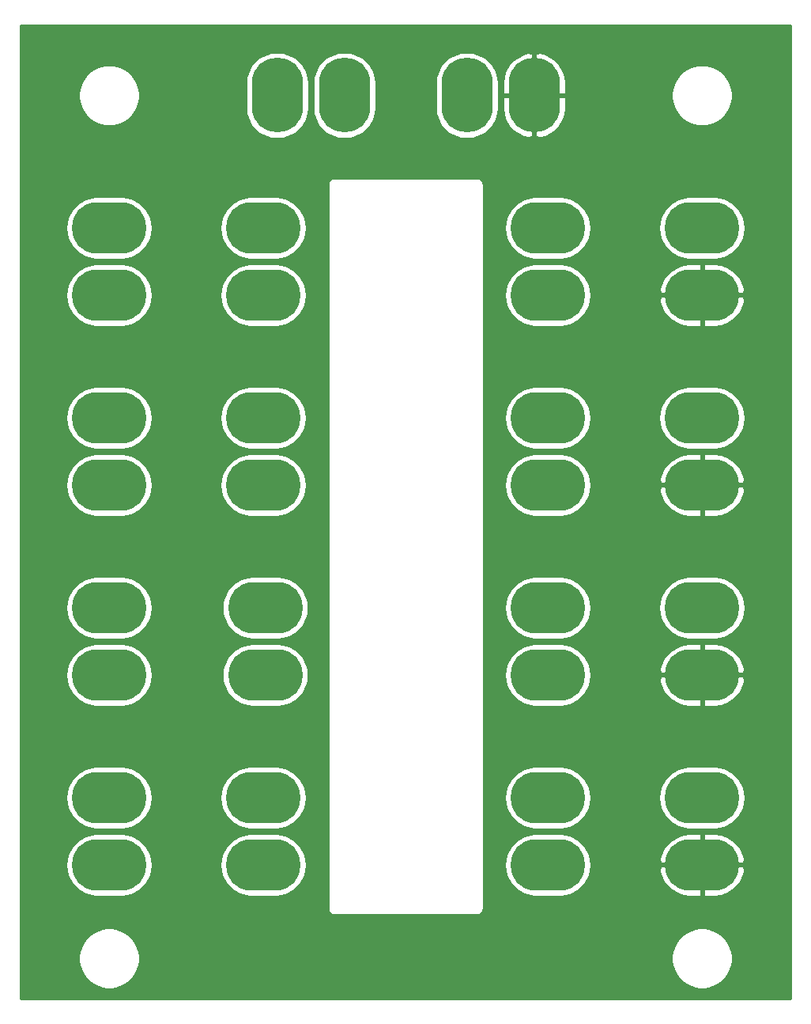
<source format=gbl>
%TF.GenerationSoftware,KiCad,Pcbnew,(5.1.10)-1*%
%TF.CreationDate,2021-08-24T00:39:05-04:00*%
%TF.ProjectId,PDBV2,50444256-322e-46b6-9963-61645f706362,rev?*%
%TF.SameCoordinates,Original*%
%TF.FileFunction,Copper,L2,Bot*%
%TF.FilePolarity,Positive*%
%FSLAX46Y46*%
G04 Gerber Fmt 4.6, Leading zero omitted, Abs format (unit mm)*
G04 Created by KiCad (PCBNEW (5.1.10)-1) date 2021-08-24 00:39:05*
%MOMM*%
%LPD*%
G01*
G04 APERTURE LIST*
%TA.AperFunction,ComponentPad*%
%ADD10O,8.000000X5.500000*%
%TD*%
%TA.AperFunction,ComponentPad*%
%ADD11O,5.500000X8.000000*%
%TD*%
%TA.AperFunction,Conductor*%
%ADD12C,0.254000*%
%TD*%
%TA.AperFunction,Conductor*%
%ADD13C,0.100000*%
%TD*%
G04 APERTURE END LIST*
D10*
%TO.P,U10,2*%
%TO.N,GND*%
X146050000Y-126028000D03*
%TO.P,U10,1*%
%TO.N,Net-(U1-Pad1)*%
X146050000Y-118828000D03*
%TD*%
%TO.P,U16,2*%
%TO.N,GND*%
X146050000Y-105708000D03*
%TO.P,U16,1*%
%TO.N,Net-(U1-Pad1)*%
X146050000Y-98508000D03*
%TD*%
D11*
%TO.P,U15,2*%
%TO.N,GND*%
X124250000Y-43688000D03*
%TO.P,U15,1*%
%TO.N,Net-(U1-Pad1)*%
X117050000Y-43688000D03*
%TD*%
D10*
%TO.P,U1,2*%
%TO.N,GND*%
X99060000Y-65068000D03*
%TO.P,U1,1*%
%TO.N,Net-(U1-Pad1)*%
X99060000Y-57868000D03*
%TD*%
%TO.P,U2,2*%
%TO.N,GND*%
X99060000Y-85388000D03*
%TO.P,U2,1*%
%TO.N,Net-(U1-Pad1)*%
X99060000Y-78188000D03*
%TD*%
%TO.P,U3,2*%
%TO.N,GND*%
X115570000Y-65068000D03*
%TO.P,U3,1*%
%TO.N,Net-(U1-Pad1)*%
X115570000Y-57868000D03*
%TD*%
%TO.P,U4,2*%
%TO.N,GND*%
X99060000Y-105708000D03*
%TO.P,U4,1*%
%TO.N,Net-(U1-Pad1)*%
X99060000Y-98508000D03*
%TD*%
%TO.P,U5,2*%
%TO.N,GND*%
X115570000Y-85388000D03*
%TO.P,U5,1*%
%TO.N,Net-(U1-Pad1)*%
X115570000Y-78188000D03*
%TD*%
%TO.P,U8,2*%
%TO.N,GND*%
X115770000Y-105708000D03*
%TO.P,U8,1*%
%TO.N,Net-(U1-Pad1)*%
X115770000Y-98508000D03*
%TD*%
%TO.P,U9,2*%
%TO.N,GND*%
X146050000Y-85388000D03*
%TO.P,U9,1*%
%TO.N,Net-(U1-Pad1)*%
X146050000Y-78188000D03*
%TD*%
%TO.P,U11,2*%
%TO.N,GND*%
X99060000Y-126028000D03*
%TO.P,U11,1*%
%TO.N,Net-(U1-Pad1)*%
X99060000Y-118828000D03*
%TD*%
%TO.P,U13,2*%
%TO.N,GND*%
X115570000Y-126028000D03*
%TO.P,U13,1*%
%TO.N,Net-(U1-Pad1)*%
X115570000Y-118828000D03*
%TD*%
%TO.P,U14,2*%
%TO.N,GND*%
X146050000Y-65068000D03*
%TO.P,U14,1*%
%TO.N,Net-(U1-Pad1)*%
X146050000Y-57868000D03*
%TD*%
%TO.P,U6,2*%
%TO.N,GND24*%
X162560000Y-126028000D03*
%TO.P,U6,1*%
%TO.N,Net-(U12-Pad1)*%
X162560000Y-118828000D03*
%TD*%
D11*
%TO.P,U7,2*%
%TO.N,GND24*%
X144570000Y-43688000D03*
%TO.P,U7,1*%
%TO.N,Net-(U12-Pad1)*%
X137370000Y-43688000D03*
%TD*%
D10*
%TO.P,U12,2*%
%TO.N,GND24*%
X162560000Y-65068000D03*
%TO.P,U12,1*%
%TO.N,Net-(U12-Pad1)*%
X162560000Y-57868000D03*
%TD*%
%TO.P,U17,2*%
%TO.N,GND24*%
X162560000Y-105708000D03*
%TO.P,U17,1*%
%TO.N,Net-(U12-Pad1)*%
X162560000Y-98508000D03*
%TD*%
%TO.P,U18,2*%
%TO.N,GND24*%
X162560000Y-85388000D03*
%TO.P,U18,1*%
%TO.N,Net-(U12-Pad1)*%
X162560000Y-78188000D03*
%TD*%
D12*
%TO.N,GND24*%
X172060001Y-140310000D02*
X89560000Y-140310000D01*
X89560000Y-135694034D01*
X95780866Y-135694034D01*
X95780866Y-136339966D01*
X95906882Y-136973488D01*
X96154069Y-137570252D01*
X96512931Y-138107326D01*
X96969674Y-138564069D01*
X97506748Y-138922931D01*
X98103512Y-139170118D01*
X98737034Y-139296134D01*
X99382966Y-139296134D01*
X100016488Y-139170118D01*
X100613252Y-138922931D01*
X101150326Y-138564069D01*
X101607069Y-138107326D01*
X101965931Y-137570252D01*
X102213118Y-136973488D01*
X102339134Y-136339966D01*
X102339134Y-135694034D01*
X159280866Y-135694034D01*
X159280866Y-136339966D01*
X159406882Y-136973488D01*
X159654069Y-137570252D01*
X160012931Y-138107326D01*
X160469674Y-138564069D01*
X161006748Y-138922931D01*
X161603512Y-139170118D01*
X162237034Y-139296134D01*
X162882966Y-139296134D01*
X163516488Y-139170118D01*
X164113252Y-138922931D01*
X164650326Y-138564069D01*
X165107069Y-138107326D01*
X165465931Y-137570252D01*
X165713118Y-136973488D01*
X165839134Y-136339966D01*
X165839134Y-135694034D01*
X165713118Y-135060512D01*
X165465931Y-134463748D01*
X165107069Y-133926674D01*
X164650326Y-133469931D01*
X164113252Y-133111069D01*
X163516488Y-132863882D01*
X162882966Y-132737866D01*
X162237034Y-132737866D01*
X161603512Y-132863882D01*
X161006748Y-133111069D01*
X160469674Y-133469931D01*
X160012931Y-133926674D01*
X159654069Y-134463748D01*
X159406882Y-135060512D01*
X159280866Y-135694034D01*
X102339134Y-135694034D01*
X102213118Y-135060512D01*
X101965931Y-134463748D01*
X101607069Y-133926674D01*
X101150326Y-133469931D01*
X100613252Y-133111069D01*
X100016488Y-132863882D01*
X99382966Y-132737866D01*
X98737034Y-132737866D01*
X98103512Y-132863882D01*
X97506748Y-133111069D01*
X96969674Y-133469931D01*
X96512931Y-133926674D01*
X96154069Y-134463748D01*
X95906882Y-135060512D01*
X95780866Y-135694034D01*
X89560000Y-135694034D01*
X89560000Y-126028000D01*
X94408622Y-126028000D01*
X94473979Y-126691576D01*
X94667536Y-127329651D01*
X94981858Y-127917704D01*
X95404863Y-128433137D01*
X95920296Y-128856142D01*
X96508349Y-129170464D01*
X97146424Y-129364021D01*
X97643713Y-129413000D01*
X100476287Y-129413000D01*
X100973576Y-129364021D01*
X101611651Y-129170464D01*
X102199704Y-128856142D01*
X102715137Y-128433137D01*
X103138142Y-127917704D01*
X103452464Y-127329651D01*
X103646021Y-126691576D01*
X103711378Y-126028000D01*
X110918622Y-126028000D01*
X110983979Y-126691576D01*
X111177536Y-127329651D01*
X111491858Y-127917704D01*
X111914863Y-128433137D01*
X112430296Y-128856142D01*
X113018349Y-129170464D01*
X113656424Y-129364021D01*
X114153713Y-129413000D01*
X116986287Y-129413000D01*
X117483576Y-129364021D01*
X118121651Y-129170464D01*
X118709704Y-128856142D01*
X119225137Y-128433137D01*
X119648142Y-127917704D01*
X119962464Y-127329651D01*
X120156021Y-126691576D01*
X120221378Y-126028000D01*
X120156021Y-125364424D01*
X119962464Y-124726349D01*
X119648142Y-124138296D01*
X119225137Y-123622863D01*
X118709704Y-123199858D01*
X118121651Y-122885536D01*
X117483576Y-122691979D01*
X116986287Y-122643000D01*
X114153713Y-122643000D01*
X113656424Y-122691979D01*
X113018349Y-122885536D01*
X112430296Y-123199858D01*
X111914863Y-123622863D01*
X111491858Y-124138296D01*
X111177536Y-124726349D01*
X110983979Y-125364424D01*
X110918622Y-126028000D01*
X103711378Y-126028000D01*
X103646021Y-125364424D01*
X103452464Y-124726349D01*
X103138142Y-124138296D01*
X102715137Y-123622863D01*
X102199704Y-123199858D01*
X101611651Y-122885536D01*
X100973576Y-122691979D01*
X100476287Y-122643000D01*
X97643713Y-122643000D01*
X97146424Y-122691979D01*
X96508349Y-122885536D01*
X95920296Y-123199858D01*
X95404863Y-123622863D01*
X94981858Y-124138296D01*
X94667536Y-124726349D01*
X94473979Y-125364424D01*
X94408622Y-126028000D01*
X89560000Y-126028000D01*
X89560000Y-118828000D01*
X94408622Y-118828000D01*
X94473979Y-119491576D01*
X94667536Y-120129651D01*
X94981858Y-120717704D01*
X95404863Y-121233137D01*
X95920296Y-121656142D01*
X96508349Y-121970464D01*
X97146424Y-122164021D01*
X97643713Y-122213000D01*
X100476287Y-122213000D01*
X100973576Y-122164021D01*
X101611651Y-121970464D01*
X102199704Y-121656142D01*
X102715137Y-121233137D01*
X103138142Y-120717704D01*
X103452464Y-120129651D01*
X103646021Y-119491576D01*
X103711378Y-118828000D01*
X110918622Y-118828000D01*
X110983979Y-119491576D01*
X111177536Y-120129651D01*
X111491858Y-120717704D01*
X111914863Y-121233137D01*
X112430296Y-121656142D01*
X113018349Y-121970464D01*
X113656424Y-122164021D01*
X114153713Y-122213000D01*
X116986287Y-122213000D01*
X117483576Y-122164021D01*
X118121651Y-121970464D01*
X118709704Y-121656142D01*
X119225137Y-121233137D01*
X119648142Y-120717704D01*
X119962464Y-120129651D01*
X120156021Y-119491576D01*
X120221378Y-118828000D01*
X120156021Y-118164424D01*
X119962464Y-117526349D01*
X119648142Y-116938296D01*
X119225137Y-116422863D01*
X118709704Y-115999858D01*
X118121651Y-115685536D01*
X117483576Y-115491979D01*
X116986287Y-115443000D01*
X114153713Y-115443000D01*
X113656424Y-115491979D01*
X113018349Y-115685536D01*
X112430296Y-115999858D01*
X111914863Y-116422863D01*
X111491858Y-116938296D01*
X111177536Y-117526349D01*
X110983979Y-118164424D01*
X110918622Y-118828000D01*
X103711378Y-118828000D01*
X103646021Y-118164424D01*
X103452464Y-117526349D01*
X103138142Y-116938296D01*
X102715137Y-116422863D01*
X102199704Y-115999858D01*
X101611651Y-115685536D01*
X100973576Y-115491979D01*
X100476287Y-115443000D01*
X97643713Y-115443000D01*
X97146424Y-115491979D01*
X96508349Y-115685536D01*
X95920296Y-115999858D01*
X95404863Y-116422863D01*
X94981858Y-116938296D01*
X94667536Y-117526349D01*
X94473979Y-118164424D01*
X94408622Y-118828000D01*
X89560000Y-118828000D01*
X89560000Y-105708000D01*
X94408622Y-105708000D01*
X94473979Y-106371576D01*
X94667536Y-107009651D01*
X94981858Y-107597704D01*
X95404863Y-108113137D01*
X95920296Y-108536142D01*
X96508349Y-108850464D01*
X97146424Y-109044021D01*
X97643713Y-109093000D01*
X100476287Y-109093000D01*
X100973576Y-109044021D01*
X101611651Y-108850464D01*
X102199704Y-108536142D01*
X102715137Y-108113137D01*
X103138142Y-107597704D01*
X103452464Y-107009651D01*
X103646021Y-106371576D01*
X103711378Y-105708000D01*
X111118622Y-105708000D01*
X111183979Y-106371576D01*
X111377536Y-107009651D01*
X111691858Y-107597704D01*
X112114863Y-108113137D01*
X112630296Y-108536142D01*
X113218349Y-108850464D01*
X113856424Y-109044021D01*
X114353713Y-109093000D01*
X117186287Y-109093000D01*
X117683576Y-109044021D01*
X118321651Y-108850464D01*
X118909704Y-108536142D01*
X119425137Y-108113137D01*
X119848142Y-107597704D01*
X120162464Y-107009651D01*
X120356021Y-106371576D01*
X120421378Y-105708000D01*
X120356021Y-105044424D01*
X120162464Y-104406349D01*
X119848142Y-103818296D01*
X119425137Y-103302863D01*
X118909704Y-102879858D01*
X118321651Y-102565536D01*
X117683576Y-102371979D01*
X117186287Y-102323000D01*
X114353713Y-102323000D01*
X113856424Y-102371979D01*
X113218349Y-102565536D01*
X112630296Y-102879858D01*
X112114863Y-103302863D01*
X111691858Y-103818296D01*
X111377536Y-104406349D01*
X111183979Y-105044424D01*
X111118622Y-105708000D01*
X103711378Y-105708000D01*
X103646021Y-105044424D01*
X103452464Y-104406349D01*
X103138142Y-103818296D01*
X102715137Y-103302863D01*
X102199704Y-102879858D01*
X101611651Y-102565536D01*
X100973576Y-102371979D01*
X100476287Y-102323000D01*
X97643713Y-102323000D01*
X97146424Y-102371979D01*
X96508349Y-102565536D01*
X95920296Y-102879858D01*
X95404863Y-103302863D01*
X94981858Y-103818296D01*
X94667536Y-104406349D01*
X94473979Y-105044424D01*
X94408622Y-105708000D01*
X89560000Y-105708000D01*
X89560000Y-98508000D01*
X94408622Y-98508000D01*
X94473979Y-99171576D01*
X94667536Y-99809651D01*
X94981858Y-100397704D01*
X95404863Y-100913137D01*
X95920296Y-101336142D01*
X96508349Y-101650464D01*
X97146424Y-101844021D01*
X97643713Y-101893000D01*
X100476287Y-101893000D01*
X100973576Y-101844021D01*
X101611651Y-101650464D01*
X102199704Y-101336142D01*
X102715137Y-100913137D01*
X103138142Y-100397704D01*
X103452464Y-99809651D01*
X103646021Y-99171576D01*
X103711378Y-98508000D01*
X111118622Y-98508000D01*
X111183979Y-99171576D01*
X111377536Y-99809651D01*
X111691858Y-100397704D01*
X112114863Y-100913137D01*
X112630296Y-101336142D01*
X113218349Y-101650464D01*
X113856424Y-101844021D01*
X114353713Y-101893000D01*
X117186287Y-101893000D01*
X117683576Y-101844021D01*
X118321651Y-101650464D01*
X118909704Y-101336142D01*
X119425137Y-100913137D01*
X119848142Y-100397704D01*
X120162464Y-99809651D01*
X120356021Y-99171576D01*
X120421378Y-98508000D01*
X120356021Y-97844424D01*
X120162464Y-97206349D01*
X119848142Y-96618296D01*
X119425137Y-96102863D01*
X118909704Y-95679858D01*
X118321651Y-95365536D01*
X117683576Y-95171979D01*
X117186287Y-95123000D01*
X114353713Y-95123000D01*
X113856424Y-95171979D01*
X113218349Y-95365536D01*
X112630296Y-95679858D01*
X112114863Y-96102863D01*
X111691858Y-96618296D01*
X111377536Y-97206349D01*
X111183979Y-97844424D01*
X111118622Y-98508000D01*
X103711378Y-98508000D01*
X103646021Y-97844424D01*
X103452464Y-97206349D01*
X103138142Y-96618296D01*
X102715137Y-96102863D01*
X102199704Y-95679858D01*
X101611651Y-95365536D01*
X100973576Y-95171979D01*
X100476287Y-95123000D01*
X97643713Y-95123000D01*
X97146424Y-95171979D01*
X96508349Y-95365536D01*
X95920296Y-95679858D01*
X95404863Y-96102863D01*
X94981858Y-96618296D01*
X94667536Y-97206349D01*
X94473979Y-97844424D01*
X94408622Y-98508000D01*
X89560000Y-98508000D01*
X89560000Y-85388000D01*
X94408622Y-85388000D01*
X94473979Y-86051576D01*
X94667536Y-86689651D01*
X94981858Y-87277704D01*
X95404863Y-87793137D01*
X95920296Y-88216142D01*
X96508349Y-88530464D01*
X97146424Y-88724021D01*
X97643713Y-88773000D01*
X100476287Y-88773000D01*
X100973576Y-88724021D01*
X101611651Y-88530464D01*
X102199704Y-88216142D01*
X102715137Y-87793137D01*
X103138142Y-87277704D01*
X103452464Y-86689651D01*
X103646021Y-86051576D01*
X103711378Y-85388000D01*
X110918622Y-85388000D01*
X110983979Y-86051576D01*
X111177536Y-86689651D01*
X111491858Y-87277704D01*
X111914863Y-87793137D01*
X112430296Y-88216142D01*
X113018349Y-88530464D01*
X113656424Y-88724021D01*
X114153713Y-88773000D01*
X116986287Y-88773000D01*
X117483576Y-88724021D01*
X118121651Y-88530464D01*
X118709704Y-88216142D01*
X119225137Y-87793137D01*
X119648142Y-87277704D01*
X119962464Y-86689651D01*
X120156021Y-86051576D01*
X120221378Y-85388000D01*
X120156021Y-84724424D01*
X119962464Y-84086349D01*
X119648142Y-83498296D01*
X119225137Y-82982863D01*
X118709704Y-82559858D01*
X118121651Y-82245536D01*
X117483576Y-82051979D01*
X116986287Y-82003000D01*
X114153713Y-82003000D01*
X113656424Y-82051979D01*
X113018349Y-82245536D01*
X112430296Y-82559858D01*
X111914863Y-82982863D01*
X111491858Y-83498296D01*
X111177536Y-84086349D01*
X110983979Y-84724424D01*
X110918622Y-85388000D01*
X103711378Y-85388000D01*
X103646021Y-84724424D01*
X103452464Y-84086349D01*
X103138142Y-83498296D01*
X102715137Y-82982863D01*
X102199704Y-82559858D01*
X101611651Y-82245536D01*
X100973576Y-82051979D01*
X100476287Y-82003000D01*
X97643713Y-82003000D01*
X97146424Y-82051979D01*
X96508349Y-82245536D01*
X95920296Y-82559858D01*
X95404863Y-82982863D01*
X94981858Y-83498296D01*
X94667536Y-84086349D01*
X94473979Y-84724424D01*
X94408622Y-85388000D01*
X89560000Y-85388000D01*
X89560000Y-78188000D01*
X94408622Y-78188000D01*
X94473979Y-78851576D01*
X94667536Y-79489651D01*
X94981858Y-80077704D01*
X95404863Y-80593137D01*
X95920296Y-81016142D01*
X96508349Y-81330464D01*
X97146424Y-81524021D01*
X97643713Y-81573000D01*
X100476287Y-81573000D01*
X100973576Y-81524021D01*
X101611651Y-81330464D01*
X102199704Y-81016142D01*
X102715137Y-80593137D01*
X103138142Y-80077704D01*
X103452464Y-79489651D01*
X103646021Y-78851576D01*
X103711378Y-78188000D01*
X110918622Y-78188000D01*
X110983979Y-78851576D01*
X111177536Y-79489651D01*
X111491858Y-80077704D01*
X111914863Y-80593137D01*
X112430296Y-81016142D01*
X113018349Y-81330464D01*
X113656424Y-81524021D01*
X114153713Y-81573000D01*
X116986287Y-81573000D01*
X117483576Y-81524021D01*
X118121651Y-81330464D01*
X118709704Y-81016142D01*
X119225137Y-80593137D01*
X119648142Y-80077704D01*
X119962464Y-79489651D01*
X120156021Y-78851576D01*
X120221378Y-78188000D01*
X120156021Y-77524424D01*
X119962464Y-76886349D01*
X119648142Y-76298296D01*
X119225137Y-75782863D01*
X118709704Y-75359858D01*
X118121651Y-75045536D01*
X117483576Y-74851979D01*
X116986287Y-74803000D01*
X114153713Y-74803000D01*
X113656424Y-74851979D01*
X113018349Y-75045536D01*
X112430296Y-75359858D01*
X111914863Y-75782863D01*
X111491858Y-76298296D01*
X111177536Y-76886349D01*
X110983979Y-77524424D01*
X110918622Y-78188000D01*
X103711378Y-78188000D01*
X103646021Y-77524424D01*
X103452464Y-76886349D01*
X103138142Y-76298296D01*
X102715137Y-75782863D01*
X102199704Y-75359858D01*
X101611651Y-75045536D01*
X100973576Y-74851979D01*
X100476287Y-74803000D01*
X97643713Y-74803000D01*
X97146424Y-74851979D01*
X96508349Y-75045536D01*
X95920296Y-75359858D01*
X95404863Y-75782863D01*
X94981858Y-76298296D01*
X94667536Y-76886349D01*
X94473979Y-77524424D01*
X94408622Y-78188000D01*
X89560000Y-78188000D01*
X89560000Y-65068000D01*
X94408622Y-65068000D01*
X94473979Y-65731576D01*
X94667536Y-66369651D01*
X94981858Y-66957704D01*
X95404863Y-67473137D01*
X95920296Y-67896142D01*
X96508349Y-68210464D01*
X97146424Y-68404021D01*
X97643713Y-68453000D01*
X100476287Y-68453000D01*
X100973576Y-68404021D01*
X101611651Y-68210464D01*
X102199704Y-67896142D01*
X102715137Y-67473137D01*
X103138142Y-66957704D01*
X103452464Y-66369651D01*
X103646021Y-65731576D01*
X103711378Y-65068000D01*
X110918622Y-65068000D01*
X110983979Y-65731576D01*
X111177536Y-66369651D01*
X111491858Y-66957704D01*
X111914863Y-67473137D01*
X112430296Y-67896142D01*
X113018349Y-68210464D01*
X113656424Y-68404021D01*
X114153713Y-68453000D01*
X116986287Y-68453000D01*
X117483576Y-68404021D01*
X118121651Y-68210464D01*
X118709704Y-67896142D01*
X119225137Y-67473137D01*
X119648142Y-66957704D01*
X119962464Y-66369651D01*
X120156021Y-65731576D01*
X120221378Y-65068000D01*
X120156021Y-64404424D01*
X119962464Y-63766349D01*
X119648142Y-63178296D01*
X119225137Y-62662863D01*
X118709704Y-62239858D01*
X118121651Y-61925536D01*
X117483576Y-61731979D01*
X116986287Y-61683000D01*
X114153713Y-61683000D01*
X113656424Y-61731979D01*
X113018349Y-61925536D01*
X112430296Y-62239858D01*
X111914863Y-62662863D01*
X111491858Y-63178296D01*
X111177536Y-63766349D01*
X110983979Y-64404424D01*
X110918622Y-65068000D01*
X103711378Y-65068000D01*
X103646021Y-64404424D01*
X103452464Y-63766349D01*
X103138142Y-63178296D01*
X102715137Y-62662863D01*
X102199704Y-62239858D01*
X101611651Y-61925536D01*
X100973576Y-61731979D01*
X100476287Y-61683000D01*
X97643713Y-61683000D01*
X97146424Y-61731979D01*
X96508349Y-61925536D01*
X95920296Y-62239858D01*
X95404863Y-62662863D01*
X94981858Y-63178296D01*
X94667536Y-63766349D01*
X94473979Y-64404424D01*
X94408622Y-65068000D01*
X89560000Y-65068000D01*
X89560000Y-57868000D01*
X94408622Y-57868000D01*
X94473979Y-58531576D01*
X94667536Y-59169651D01*
X94981858Y-59757704D01*
X95404863Y-60273137D01*
X95920296Y-60696142D01*
X96508349Y-61010464D01*
X97146424Y-61204021D01*
X97643713Y-61253000D01*
X100476287Y-61253000D01*
X100973576Y-61204021D01*
X101611651Y-61010464D01*
X102199704Y-60696142D01*
X102715137Y-60273137D01*
X103138142Y-59757704D01*
X103452464Y-59169651D01*
X103646021Y-58531576D01*
X103711378Y-57868000D01*
X110918622Y-57868000D01*
X110983979Y-58531576D01*
X111177536Y-59169651D01*
X111491858Y-59757704D01*
X111914863Y-60273137D01*
X112430296Y-60696142D01*
X113018349Y-61010464D01*
X113656424Y-61204021D01*
X114153713Y-61253000D01*
X116986287Y-61253000D01*
X117483576Y-61204021D01*
X118121651Y-61010464D01*
X118709704Y-60696142D01*
X119225137Y-60273137D01*
X119648142Y-59757704D01*
X119962464Y-59169651D01*
X120156021Y-58531576D01*
X120221378Y-57868000D01*
X120156021Y-57204424D01*
X119962464Y-56566349D01*
X119648142Y-55978296D01*
X119225137Y-55462863D01*
X118709704Y-55039858D01*
X118121651Y-54725536D01*
X117483576Y-54531979D01*
X116986287Y-54483000D01*
X114153713Y-54483000D01*
X113656424Y-54531979D01*
X113018349Y-54725536D01*
X112430296Y-55039858D01*
X111914863Y-55462863D01*
X111491858Y-55978296D01*
X111177536Y-56566349D01*
X110983979Y-57204424D01*
X110918622Y-57868000D01*
X103711378Y-57868000D01*
X103646021Y-57204424D01*
X103452464Y-56566349D01*
X103138142Y-55978296D01*
X102715137Y-55462863D01*
X102199704Y-55039858D01*
X101611651Y-54725536D01*
X100973576Y-54531979D01*
X100476287Y-54483000D01*
X97643713Y-54483000D01*
X97146424Y-54531979D01*
X96508349Y-54725536D01*
X95920296Y-55039858D01*
X95404863Y-55462863D01*
X94981858Y-55978296D01*
X94667536Y-56566349D01*
X94473979Y-57204424D01*
X94408622Y-57868000D01*
X89560000Y-57868000D01*
X89560000Y-53213000D01*
X122476635Y-53213000D01*
X122480001Y-53247176D01*
X122480000Y-130648834D01*
X122476635Y-130683000D01*
X122480000Y-130717166D01*
X122480000Y-130717876D01*
X122490273Y-130822183D01*
X122530872Y-130956019D01*
X122596800Y-131079362D01*
X122685525Y-131187474D01*
X122793637Y-131276200D01*
X122916980Y-131342128D01*
X123050816Y-131382727D01*
X123190000Y-131396435D01*
X123225588Y-131392930D01*
X138394412Y-131392930D01*
X138430000Y-131396435D01*
X138569184Y-131382727D01*
X138703020Y-131342128D01*
X138826363Y-131276200D01*
X138934475Y-131187475D01*
X139023200Y-131079363D01*
X139089128Y-130956020D01*
X139129727Y-130822184D01*
X139140000Y-130717877D01*
X139140000Y-130717166D01*
X139143365Y-130683000D01*
X139140000Y-130648834D01*
X139140000Y-126028000D01*
X141398622Y-126028000D01*
X141463979Y-126691576D01*
X141657536Y-127329651D01*
X141971858Y-127917704D01*
X142394863Y-128433137D01*
X142910296Y-128856142D01*
X143498349Y-129170464D01*
X144136424Y-129364021D01*
X144633713Y-129413000D01*
X147466287Y-129413000D01*
X147963576Y-129364021D01*
X148601651Y-129170464D01*
X149189704Y-128856142D01*
X149705137Y-128433137D01*
X150128142Y-127917704D01*
X150442464Y-127329651D01*
X150636021Y-126691576D01*
X150636905Y-126682594D01*
X157988896Y-126682594D01*
X158134067Y-127206052D01*
X158424918Y-127803010D01*
X158826641Y-128331755D01*
X159323798Y-128771968D01*
X159897284Y-129106732D01*
X160525060Y-129323182D01*
X161183000Y-129413000D01*
X162433000Y-129413000D01*
X162433000Y-126155000D01*
X162687000Y-126155000D01*
X162687000Y-129413000D01*
X163937000Y-129413000D01*
X164594940Y-129323182D01*
X165222716Y-129106732D01*
X165796202Y-128771968D01*
X166293359Y-128331755D01*
X166695082Y-127803010D01*
X166985933Y-127206052D01*
X167131104Y-126682594D01*
X167033749Y-126155000D01*
X162687000Y-126155000D01*
X162433000Y-126155000D01*
X158086251Y-126155000D01*
X157988896Y-126682594D01*
X150636905Y-126682594D01*
X150701378Y-126028000D01*
X150636906Y-125373406D01*
X157988896Y-125373406D01*
X158086251Y-125901000D01*
X162433000Y-125901000D01*
X162433000Y-122643000D01*
X162687000Y-122643000D01*
X162687000Y-125901000D01*
X167033749Y-125901000D01*
X167131104Y-125373406D01*
X166985933Y-124849948D01*
X166695082Y-124252990D01*
X166293359Y-123724245D01*
X165796202Y-123284032D01*
X165222716Y-122949268D01*
X164594940Y-122732818D01*
X163937000Y-122643000D01*
X162687000Y-122643000D01*
X162433000Y-122643000D01*
X161183000Y-122643000D01*
X160525060Y-122732818D01*
X159897284Y-122949268D01*
X159323798Y-123284032D01*
X158826641Y-123724245D01*
X158424918Y-124252990D01*
X158134067Y-124849948D01*
X157988896Y-125373406D01*
X150636906Y-125373406D01*
X150636021Y-125364424D01*
X150442464Y-124726349D01*
X150128142Y-124138296D01*
X149705137Y-123622863D01*
X149189704Y-123199858D01*
X148601651Y-122885536D01*
X147963576Y-122691979D01*
X147466287Y-122643000D01*
X144633713Y-122643000D01*
X144136424Y-122691979D01*
X143498349Y-122885536D01*
X142910296Y-123199858D01*
X142394863Y-123622863D01*
X141971858Y-124138296D01*
X141657536Y-124726349D01*
X141463979Y-125364424D01*
X141398622Y-126028000D01*
X139140000Y-126028000D01*
X139140000Y-118828000D01*
X141398622Y-118828000D01*
X141463979Y-119491576D01*
X141657536Y-120129651D01*
X141971858Y-120717704D01*
X142394863Y-121233137D01*
X142910296Y-121656142D01*
X143498349Y-121970464D01*
X144136424Y-122164021D01*
X144633713Y-122213000D01*
X147466287Y-122213000D01*
X147963576Y-122164021D01*
X148601651Y-121970464D01*
X149189704Y-121656142D01*
X149705137Y-121233137D01*
X150128142Y-120717704D01*
X150442464Y-120129651D01*
X150636021Y-119491576D01*
X150701378Y-118828000D01*
X157908622Y-118828000D01*
X157973979Y-119491576D01*
X158167536Y-120129651D01*
X158481858Y-120717704D01*
X158904863Y-121233137D01*
X159420296Y-121656142D01*
X160008349Y-121970464D01*
X160646424Y-122164021D01*
X161143713Y-122213000D01*
X163976287Y-122213000D01*
X164473576Y-122164021D01*
X165111651Y-121970464D01*
X165699704Y-121656142D01*
X166215137Y-121233137D01*
X166638142Y-120717704D01*
X166952464Y-120129651D01*
X167146021Y-119491576D01*
X167211378Y-118828000D01*
X167146021Y-118164424D01*
X166952464Y-117526349D01*
X166638142Y-116938296D01*
X166215137Y-116422863D01*
X165699704Y-115999858D01*
X165111651Y-115685536D01*
X164473576Y-115491979D01*
X163976287Y-115443000D01*
X161143713Y-115443000D01*
X160646424Y-115491979D01*
X160008349Y-115685536D01*
X159420296Y-115999858D01*
X158904863Y-116422863D01*
X158481858Y-116938296D01*
X158167536Y-117526349D01*
X157973979Y-118164424D01*
X157908622Y-118828000D01*
X150701378Y-118828000D01*
X150636021Y-118164424D01*
X150442464Y-117526349D01*
X150128142Y-116938296D01*
X149705137Y-116422863D01*
X149189704Y-115999858D01*
X148601651Y-115685536D01*
X147963576Y-115491979D01*
X147466287Y-115443000D01*
X144633713Y-115443000D01*
X144136424Y-115491979D01*
X143498349Y-115685536D01*
X142910296Y-115999858D01*
X142394863Y-116422863D01*
X141971858Y-116938296D01*
X141657536Y-117526349D01*
X141463979Y-118164424D01*
X141398622Y-118828000D01*
X139140000Y-118828000D01*
X139140000Y-105708000D01*
X141398622Y-105708000D01*
X141463979Y-106371576D01*
X141657536Y-107009651D01*
X141971858Y-107597704D01*
X142394863Y-108113137D01*
X142910296Y-108536142D01*
X143498349Y-108850464D01*
X144136424Y-109044021D01*
X144633713Y-109093000D01*
X147466287Y-109093000D01*
X147963576Y-109044021D01*
X148601651Y-108850464D01*
X149189704Y-108536142D01*
X149705137Y-108113137D01*
X150128142Y-107597704D01*
X150442464Y-107009651D01*
X150636021Y-106371576D01*
X150636905Y-106362594D01*
X157988896Y-106362594D01*
X158134067Y-106886052D01*
X158424918Y-107483010D01*
X158826641Y-108011755D01*
X159323798Y-108451968D01*
X159897284Y-108786732D01*
X160525060Y-109003182D01*
X161183000Y-109093000D01*
X162433000Y-109093000D01*
X162433000Y-105835000D01*
X162687000Y-105835000D01*
X162687000Y-109093000D01*
X163937000Y-109093000D01*
X164594940Y-109003182D01*
X165222716Y-108786732D01*
X165796202Y-108451968D01*
X166293359Y-108011755D01*
X166695082Y-107483010D01*
X166985933Y-106886052D01*
X167131104Y-106362594D01*
X167033749Y-105835000D01*
X162687000Y-105835000D01*
X162433000Y-105835000D01*
X158086251Y-105835000D01*
X157988896Y-106362594D01*
X150636905Y-106362594D01*
X150701378Y-105708000D01*
X150636906Y-105053406D01*
X157988896Y-105053406D01*
X158086251Y-105581000D01*
X162433000Y-105581000D01*
X162433000Y-102323000D01*
X162687000Y-102323000D01*
X162687000Y-105581000D01*
X167033749Y-105581000D01*
X167131104Y-105053406D01*
X166985933Y-104529948D01*
X166695082Y-103932990D01*
X166293359Y-103404245D01*
X165796202Y-102964032D01*
X165222716Y-102629268D01*
X164594940Y-102412818D01*
X163937000Y-102323000D01*
X162687000Y-102323000D01*
X162433000Y-102323000D01*
X161183000Y-102323000D01*
X160525060Y-102412818D01*
X159897284Y-102629268D01*
X159323798Y-102964032D01*
X158826641Y-103404245D01*
X158424918Y-103932990D01*
X158134067Y-104529948D01*
X157988896Y-105053406D01*
X150636906Y-105053406D01*
X150636021Y-105044424D01*
X150442464Y-104406349D01*
X150128142Y-103818296D01*
X149705137Y-103302863D01*
X149189704Y-102879858D01*
X148601651Y-102565536D01*
X147963576Y-102371979D01*
X147466287Y-102323000D01*
X144633713Y-102323000D01*
X144136424Y-102371979D01*
X143498349Y-102565536D01*
X142910296Y-102879858D01*
X142394863Y-103302863D01*
X141971858Y-103818296D01*
X141657536Y-104406349D01*
X141463979Y-105044424D01*
X141398622Y-105708000D01*
X139140000Y-105708000D01*
X139140000Y-98508000D01*
X141398622Y-98508000D01*
X141463979Y-99171576D01*
X141657536Y-99809651D01*
X141971858Y-100397704D01*
X142394863Y-100913137D01*
X142910296Y-101336142D01*
X143498349Y-101650464D01*
X144136424Y-101844021D01*
X144633713Y-101893000D01*
X147466287Y-101893000D01*
X147963576Y-101844021D01*
X148601651Y-101650464D01*
X149189704Y-101336142D01*
X149705137Y-100913137D01*
X150128142Y-100397704D01*
X150442464Y-99809651D01*
X150636021Y-99171576D01*
X150701378Y-98508000D01*
X157908622Y-98508000D01*
X157973979Y-99171576D01*
X158167536Y-99809651D01*
X158481858Y-100397704D01*
X158904863Y-100913137D01*
X159420296Y-101336142D01*
X160008349Y-101650464D01*
X160646424Y-101844021D01*
X161143713Y-101893000D01*
X163976287Y-101893000D01*
X164473576Y-101844021D01*
X165111651Y-101650464D01*
X165699704Y-101336142D01*
X166215137Y-100913137D01*
X166638142Y-100397704D01*
X166952464Y-99809651D01*
X167146021Y-99171576D01*
X167211378Y-98508000D01*
X167146021Y-97844424D01*
X166952464Y-97206349D01*
X166638142Y-96618296D01*
X166215137Y-96102863D01*
X165699704Y-95679858D01*
X165111651Y-95365536D01*
X164473576Y-95171979D01*
X163976287Y-95123000D01*
X161143713Y-95123000D01*
X160646424Y-95171979D01*
X160008349Y-95365536D01*
X159420296Y-95679858D01*
X158904863Y-96102863D01*
X158481858Y-96618296D01*
X158167536Y-97206349D01*
X157973979Y-97844424D01*
X157908622Y-98508000D01*
X150701378Y-98508000D01*
X150636021Y-97844424D01*
X150442464Y-97206349D01*
X150128142Y-96618296D01*
X149705137Y-96102863D01*
X149189704Y-95679858D01*
X148601651Y-95365536D01*
X147963576Y-95171979D01*
X147466287Y-95123000D01*
X144633713Y-95123000D01*
X144136424Y-95171979D01*
X143498349Y-95365536D01*
X142910296Y-95679858D01*
X142394863Y-96102863D01*
X141971858Y-96618296D01*
X141657536Y-97206349D01*
X141463979Y-97844424D01*
X141398622Y-98508000D01*
X139140000Y-98508000D01*
X139140000Y-85388000D01*
X141398622Y-85388000D01*
X141463979Y-86051576D01*
X141657536Y-86689651D01*
X141971858Y-87277704D01*
X142394863Y-87793137D01*
X142910296Y-88216142D01*
X143498349Y-88530464D01*
X144136424Y-88724021D01*
X144633713Y-88773000D01*
X147466287Y-88773000D01*
X147963576Y-88724021D01*
X148601651Y-88530464D01*
X149189704Y-88216142D01*
X149705137Y-87793137D01*
X150128142Y-87277704D01*
X150442464Y-86689651D01*
X150636021Y-86051576D01*
X150636905Y-86042594D01*
X157988896Y-86042594D01*
X158134067Y-86566052D01*
X158424918Y-87163010D01*
X158826641Y-87691755D01*
X159323798Y-88131968D01*
X159897284Y-88466732D01*
X160525060Y-88683182D01*
X161183000Y-88773000D01*
X162433000Y-88773000D01*
X162433000Y-85515000D01*
X162687000Y-85515000D01*
X162687000Y-88773000D01*
X163937000Y-88773000D01*
X164594940Y-88683182D01*
X165222716Y-88466732D01*
X165796202Y-88131968D01*
X166293359Y-87691755D01*
X166695082Y-87163010D01*
X166985933Y-86566052D01*
X167131104Y-86042594D01*
X167033749Y-85515000D01*
X162687000Y-85515000D01*
X162433000Y-85515000D01*
X158086251Y-85515000D01*
X157988896Y-86042594D01*
X150636905Y-86042594D01*
X150701378Y-85388000D01*
X150636906Y-84733406D01*
X157988896Y-84733406D01*
X158086251Y-85261000D01*
X162433000Y-85261000D01*
X162433000Y-82003000D01*
X162687000Y-82003000D01*
X162687000Y-85261000D01*
X167033749Y-85261000D01*
X167131104Y-84733406D01*
X166985933Y-84209948D01*
X166695082Y-83612990D01*
X166293359Y-83084245D01*
X165796202Y-82644032D01*
X165222716Y-82309268D01*
X164594940Y-82092818D01*
X163937000Y-82003000D01*
X162687000Y-82003000D01*
X162433000Y-82003000D01*
X161183000Y-82003000D01*
X160525060Y-82092818D01*
X159897284Y-82309268D01*
X159323798Y-82644032D01*
X158826641Y-83084245D01*
X158424918Y-83612990D01*
X158134067Y-84209948D01*
X157988896Y-84733406D01*
X150636906Y-84733406D01*
X150636021Y-84724424D01*
X150442464Y-84086349D01*
X150128142Y-83498296D01*
X149705137Y-82982863D01*
X149189704Y-82559858D01*
X148601651Y-82245536D01*
X147963576Y-82051979D01*
X147466287Y-82003000D01*
X144633713Y-82003000D01*
X144136424Y-82051979D01*
X143498349Y-82245536D01*
X142910296Y-82559858D01*
X142394863Y-82982863D01*
X141971858Y-83498296D01*
X141657536Y-84086349D01*
X141463979Y-84724424D01*
X141398622Y-85388000D01*
X139140000Y-85388000D01*
X139140000Y-78188000D01*
X141398622Y-78188000D01*
X141463979Y-78851576D01*
X141657536Y-79489651D01*
X141971858Y-80077704D01*
X142394863Y-80593137D01*
X142910296Y-81016142D01*
X143498349Y-81330464D01*
X144136424Y-81524021D01*
X144633713Y-81573000D01*
X147466287Y-81573000D01*
X147963576Y-81524021D01*
X148601651Y-81330464D01*
X149189704Y-81016142D01*
X149705137Y-80593137D01*
X150128142Y-80077704D01*
X150442464Y-79489651D01*
X150636021Y-78851576D01*
X150701378Y-78188000D01*
X157908622Y-78188000D01*
X157973979Y-78851576D01*
X158167536Y-79489651D01*
X158481858Y-80077704D01*
X158904863Y-80593137D01*
X159420296Y-81016142D01*
X160008349Y-81330464D01*
X160646424Y-81524021D01*
X161143713Y-81573000D01*
X163976287Y-81573000D01*
X164473576Y-81524021D01*
X165111651Y-81330464D01*
X165699704Y-81016142D01*
X166215137Y-80593137D01*
X166638142Y-80077704D01*
X166952464Y-79489651D01*
X167146021Y-78851576D01*
X167211378Y-78188000D01*
X167146021Y-77524424D01*
X166952464Y-76886349D01*
X166638142Y-76298296D01*
X166215137Y-75782863D01*
X165699704Y-75359858D01*
X165111651Y-75045536D01*
X164473576Y-74851979D01*
X163976287Y-74803000D01*
X161143713Y-74803000D01*
X160646424Y-74851979D01*
X160008349Y-75045536D01*
X159420296Y-75359858D01*
X158904863Y-75782863D01*
X158481858Y-76298296D01*
X158167536Y-76886349D01*
X157973979Y-77524424D01*
X157908622Y-78188000D01*
X150701378Y-78188000D01*
X150636021Y-77524424D01*
X150442464Y-76886349D01*
X150128142Y-76298296D01*
X149705137Y-75782863D01*
X149189704Y-75359858D01*
X148601651Y-75045536D01*
X147963576Y-74851979D01*
X147466287Y-74803000D01*
X144633713Y-74803000D01*
X144136424Y-74851979D01*
X143498349Y-75045536D01*
X142910296Y-75359858D01*
X142394863Y-75782863D01*
X141971858Y-76298296D01*
X141657536Y-76886349D01*
X141463979Y-77524424D01*
X141398622Y-78188000D01*
X139140000Y-78188000D01*
X139140000Y-65068000D01*
X141398622Y-65068000D01*
X141463979Y-65731576D01*
X141657536Y-66369651D01*
X141971858Y-66957704D01*
X142394863Y-67473137D01*
X142910296Y-67896142D01*
X143498349Y-68210464D01*
X144136424Y-68404021D01*
X144633713Y-68453000D01*
X147466287Y-68453000D01*
X147963576Y-68404021D01*
X148601651Y-68210464D01*
X149189704Y-67896142D01*
X149705137Y-67473137D01*
X150128142Y-66957704D01*
X150442464Y-66369651D01*
X150636021Y-65731576D01*
X150636905Y-65722594D01*
X157988896Y-65722594D01*
X158134067Y-66246052D01*
X158424918Y-66843010D01*
X158826641Y-67371755D01*
X159323798Y-67811968D01*
X159897284Y-68146732D01*
X160525060Y-68363182D01*
X161183000Y-68453000D01*
X162433000Y-68453000D01*
X162433000Y-65195000D01*
X162687000Y-65195000D01*
X162687000Y-68453000D01*
X163937000Y-68453000D01*
X164594940Y-68363182D01*
X165222716Y-68146732D01*
X165796202Y-67811968D01*
X166293359Y-67371755D01*
X166695082Y-66843010D01*
X166985933Y-66246052D01*
X167131104Y-65722594D01*
X167033749Y-65195000D01*
X162687000Y-65195000D01*
X162433000Y-65195000D01*
X158086251Y-65195000D01*
X157988896Y-65722594D01*
X150636905Y-65722594D01*
X150701378Y-65068000D01*
X150636906Y-64413406D01*
X157988896Y-64413406D01*
X158086251Y-64941000D01*
X162433000Y-64941000D01*
X162433000Y-61683000D01*
X162687000Y-61683000D01*
X162687000Y-64941000D01*
X167033749Y-64941000D01*
X167131104Y-64413406D01*
X166985933Y-63889948D01*
X166695082Y-63292990D01*
X166293359Y-62764245D01*
X165796202Y-62324032D01*
X165222716Y-61989268D01*
X164594940Y-61772818D01*
X163937000Y-61683000D01*
X162687000Y-61683000D01*
X162433000Y-61683000D01*
X161183000Y-61683000D01*
X160525060Y-61772818D01*
X159897284Y-61989268D01*
X159323798Y-62324032D01*
X158826641Y-62764245D01*
X158424918Y-63292990D01*
X158134067Y-63889948D01*
X157988896Y-64413406D01*
X150636906Y-64413406D01*
X150636021Y-64404424D01*
X150442464Y-63766349D01*
X150128142Y-63178296D01*
X149705137Y-62662863D01*
X149189704Y-62239858D01*
X148601651Y-61925536D01*
X147963576Y-61731979D01*
X147466287Y-61683000D01*
X144633713Y-61683000D01*
X144136424Y-61731979D01*
X143498349Y-61925536D01*
X142910296Y-62239858D01*
X142394863Y-62662863D01*
X141971858Y-63178296D01*
X141657536Y-63766349D01*
X141463979Y-64404424D01*
X141398622Y-65068000D01*
X139140000Y-65068000D01*
X139140000Y-57868000D01*
X141398622Y-57868000D01*
X141463979Y-58531576D01*
X141657536Y-59169651D01*
X141971858Y-59757704D01*
X142394863Y-60273137D01*
X142910296Y-60696142D01*
X143498349Y-61010464D01*
X144136424Y-61204021D01*
X144633713Y-61253000D01*
X147466287Y-61253000D01*
X147963576Y-61204021D01*
X148601651Y-61010464D01*
X149189704Y-60696142D01*
X149705137Y-60273137D01*
X150128142Y-59757704D01*
X150442464Y-59169651D01*
X150636021Y-58531576D01*
X150701378Y-57868000D01*
X157908622Y-57868000D01*
X157973979Y-58531576D01*
X158167536Y-59169651D01*
X158481858Y-59757704D01*
X158904863Y-60273137D01*
X159420296Y-60696142D01*
X160008349Y-61010464D01*
X160646424Y-61204021D01*
X161143713Y-61253000D01*
X163976287Y-61253000D01*
X164473576Y-61204021D01*
X165111651Y-61010464D01*
X165699704Y-60696142D01*
X166215137Y-60273137D01*
X166638142Y-59757704D01*
X166952464Y-59169651D01*
X167146021Y-58531576D01*
X167211378Y-57868000D01*
X167146021Y-57204424D01*
X166952464Y-56566349D01*
X166638142Y-55978296D01*
X166215137Y-55462863D01*
X165699704Y-55039858D01*
X165111651Y-54725536D01*
X164473576Y-54531979D01*
X163976287Y-54483000D01*
X161143713Y-54483000D01*
X160646424Y-54531979D01*
X160008349Y-54725536D01*
X159420296Y-55039858D01*
X158904863Y-55462863D01*
X158481858Y-55978296D01*
X158167536Y-56566349D01*
X157973979Y-57204424D01*
X157908622Y-57868000D01*
X150701378Y-57868000D01*
X150636021Y-57204424D01*
X150442464Y-56566349D01*
X150128142Y-55978296D01*
X149705137Y-55462863D01*
X149189704Y-55039858D01*
X148601651Y-54725536D01*
X147963576Y-54531979D01*
X147466287Y-54483000D01*
X144633713Y-54483000D01*
X144136424Y-54531979D01*
X143498349Y-54725536D01*
X142910296Y-55039858D01*
X142394863Y-55462863D01*
X141971858Y-55978296D01*
X141657536Y-56566349D01*
X141463979Y-57204424D01*
X141398622Y-57868000D01*
X139140000Y-57868000D01*
X139140000Y-53247166D01*
X139143365Y-53213000D01*
X139140000Y-53178834D01*
X139140000Y-53178123D01*
X139129727Y-53073816D01*
X139089128Y-52939980D01*
X139023200Y-52816637D01*
X138934474Y-52708525D01*
X138826362Y-52619800D01*
X138703019Y-52553872D01*
X138569183Y-52513273D01*
X138430000Y-52499565D01*
X138394412Y-52503070D01*
X123225588Y-52503070D01*
X123190000Y-52499565D01*
X123050817Y-52513273D01*
X122916981Y-52553872D01*
X122793638Y-52619800D01*
X122685526Y-52708525D01*
X122596801Y-52816637D01*
X122530873Y-52939980D01*
X122490274Y-53073816D01*
X122480001Y-53178123D01*
X122480001Y-53178824D01*
X122476635Y-53213000D01*
X89560000Y-53213000D01*
X89560000Y-43365034D01*
X95780866Y-43365034D01*
X95780866Y-44010966D01*
X95906882Y-44644488D01*
X96154069Y-45241252D01*
X96512931Y-45778326D01*
X96969674Y-46235069D01*
X97506748Y-46593931D01*
X98103512Y-46841118D01*
X98737034Y-46967134D01*
X99382966Y-46967134D01*
X100016488Y-46841118D01*
X100613252Y-46593931D01*
X101150326Y-46235069D01*
X101607069Y-45778326D01*
X101965931Y-45241252D01*
X102213118Y-44644488D01*
X102339134Y-44010966D01*
X102339134Y-43365034D01*
X102213118Y-42731512D01*
X102022665Y-42271714D01*
X113665000Y-42271714D01*
X113665000Y-45104287D01*
X113713979Y-45601576D01*
X113907536Y-46239651D01*
X114221859Y-46827704D01*
X114644864Y-47343137D01*
X115160297Y-47766142D01*
X115748350Y-48080464D01*
X116386425Y-48274021D01*
X117050000Y-48339378D01*
X117713576Y-48274021D01*
X118351651Y-48080464D01*
X118939704Y-47766142D01*
X119455137Y-47343137D01*
X119878142Y-46827704D01*
X120192464Y-46239651D01*
X120386021Y-45601576D01*
X120435000Y-45104287D01*
X120435000Y-42271714D01*
X120865000Y-42271714D01*
X120865000Y-45104287D01*
X120913979Y-45601576D01*
X121107536Y-46239651D01*
X121421859Y-46827704D01*
X121844864Y-47343137D01*
X122360297Y-47766142D01*
X122948350Y-48080464D01*
X123586425Y-48274021D01*
X124250000Y-48339378D01*
X124913576Y-48274021D01*
X125551651Y-48080464D01*
X126139704Y-47766142D01*
X126655137Y-47343137D01*
X127078142Y-46827704D01*
X127392464Y-46239651D01*
X127586021Y-45601576D01*
X127635000Y-45104287D01*
X127635000Y-42271714D01*
X133985000Y-42271714D01*
X133985000Y-45104287D01*
X134033979Y-45601576D01*
X134227536Y-46239651D01*
X134541859Y-46827704D01*
X134964864Y-47343137D01*
X135480297Y-47766142D01*
X136068350Y-48080464D01*
X136706425Y-48274021D01*
X137370000Y-48339378D01*
X138033576Y-48274021D01*
X138671651Y-48080464D01*
X139259704Y-47766142D01*
X139775137Y-47343137D01*
X140198142Y-46827704D01*
X140512464Y-46239651D01*
X140706021Y-45601576D01*
X140755000Y-45104287D01*
X140755000Y-43815000D01*
X141185000Y-43815000D01*
X141185000Y-45065000D01*
X141274818Y-45722940D01*
X141491268Y-46350716D01*
X141826032Y-46924202D01*
X142266245Y-47421359D01*
X142794990Y-47823082D01*
X143391948Y-48113933D01*
X143915406Y-48259104D01*
X144443000Y-48161749D01*
X144443000Y-43815000D01*
X144697000Y-43815000D01*
X144697000Y-48161749D01*
X145224594Y-48259104D01*
X145748052Y-48113933D01*
X146345010Y-47823082D01*
X146873755Y-47421359D01*
X147313968Y-46924202D01*
X147648732Y-46350716D01*
X147865182Y-45722940D01*
X147955000Y-45065000D01*
X147955000Y-43815000D01*
X144697000Y-43815000D01*
X144443000Y-43815000D01*
X141185000Y-43815000D01*
X140755000Y-43815000D01*
X140755000Y-42311000D01*
X141185000Y-42311000D01*
X141185000Y-43561000D01*
X144443000Y-43561000D01*
X144443000Y-39214251D01*
X144697000Y-39214251D01*
X144697000Y-43561000D01*
X147955000Y-43561000D01*
X147955000Y-43365034D01*
X159280866Y-43365034D01*
X159280866Y-44010966D01*
X159406882Y-44644488D01*
X159654069Y-45241252D01*
X160012931Y-45778326D01*
X160469674Y-46235069D01*
X161006748Y-46593931D01*
X161603512Y-46841118D01*
X162237034Y-46967134D01*
X162882966Y-46967134D01*
X163516488Y-46841118D01*
X164113252Y-46593931D01*
X164650326Y-46235069D01*
X165107069Y-45778326D01*
X165465931Y-45241252D01*
X165713118Y-44644488D01*
X165839134Y-44010966D01*
X165839134Y-43365034D01*
X165713118Y-42731512D01*
X165465931Y-42134748D01*
X165107069Y-41597674D01*
X164650326Y-41140931D01*
X164113252Y-40782069D01*
X163516488Y-40534882D01*
X162882966Y-40408866D01*
X162237034Y-40408866D01*
X161603512Y-40534882D01*
X161006748Y-40782069D01*
X160469674Y-41140931D01*
X160012931Y-41597674D01*
X159654069Y-42134748D01*
X159406882Y-42731512D01*
X159280866Y-43365034D01*
X147955000Y-43365034D01*
X147955000Y-42311000D01*
X147865182Y-41653060D01*
X147648732Y-41025284D01*
X147313968Y-40451798D01*
X146873755Y-39954641D01*
X146345010Y-39552918D01*
X145748052Y-39262067D01*
X145224594Y-39116896D01*
X144697000Y-39214251D01*
X144443000Y-39214251D01*
X143915406Y-39116896D01*
X143391948Y-39262067D01*
X142794990Y-39552918D01*
X142266245Y-39954641D01*
X141826032Y-40451798D01*
X141491268Y-41025284D01*
X141274818Y-41653060D01*
X141185000Y-42311000D01*
X140755000Y-42311000D01*
X140755000Y-42271713D01*
X140706021Y-41774424D01*
X140512464Y-41136349D01*
X140198142Y-40548296D01*
X139775137Y-40032863D01*
X139259703Y-39609858D01*
X138671650Y-39295536D01*
X138033575Y-39101979D01*
X137370000Y-39036622D01*
X136706424Y-39101979D01*
X136068349Y-39295536D01*
X135480296Y-39609858D01*
X134964863Y-40032863D01*
X134541858Y-40548297D01*
X134227536Y-41136350D01*
X134033979Y-41774425D01*
X133985000Y-42271714D01*
X127635000Y-42271714D01*
X127635000Y-42271713D01*
X127586021Y-41774424D01*
X127392464Y-41136349D01*
X127078142Y-40548296D01*
X126655137Y-40032863D01*
X126139703Y-39609858D01*
X125551650Y-39295536D01*
X124913575Y-39101979D01*
X124250000Y-39036622D01*
X123586424Y-39101979D01*
X122948349Y-39295536D01*
X122360296Y-39609858D01*
X121844863Y-40032863D01*
X121421858Y-40548297D01*
X121107536Y-41136350D01*
X120913979Y-41774425D01*
X120865000Y-42271714D01*
X120435000Y-42271714D01*
X120435000Y-42271713D01*
X120386021Y-41774424D01*
X120192464Y-41136349D01*
X119878142Y-40548296D01*
X119455137Y-40032863D01*
X118939703Y-39609858D01*
X118351650Y-39295536D01*
X117713575Y-39101979D01*
X117050000Y-39036622D01*
X116386424Y-39101979D01*
X115748349Y-39295536D01*
X115160296Y-39609858D01*
X114644863Y-40032863D01*
X114221858Y-40548297D01*
X113907536Y-41136350D01*
X113713979Y-41774425D01*
X113665000Y-42271714D01*
X102022665Y-42271714D01*
X101965931Y-42134748D01*
X101607069Y-41597674D01*
X101150326Y-41140931D01*
X100613252Y-40782069D01*
X100016488Y-40534882D01*
X99382966Y-40408866D01*
X98737034Y-40408866D01*
X98103512Y-40534882D01*
X97506748Y-40782069D01*
X96969674Y-41140931D01*
X96512931Y-41597674D01*
X96154069Y-42134748D01*
X95906882Y-42731512D01*
X95780866Y-43365034D01*
X89560000Y-43365034D01*
X89560000Y-36220000D01*
X172060000Y-36220000D01*
X172060001Y-140310000D01*
%TA.AperFunction,Conductor*%
D13*
G36*
X172060001Y-140310000D02*
G01*
X89560000Y-140310000D01*
X89560000Y-135694034D01*
X95780866Y-135694034D01*
X95780866Y-136339966D01*
X95906882Y-136973488D01*
X96154069Y-137570252D01*
X96512931Y-138107326D01*
X96969674Y-138564069D01*
X97506748Y-138922931D01*
X98103512Y-139170118D01*
X98737034Y-139296134D01*
X99382966Y-139296134D01*
X100016488Y-139170118D01*
X100613252Y-138922931D01*
X101150326Y-138564069D01*
X101607069Y-138107326D01*
X101965931Y-137570252D01*
X102213118Y-136973488D01*
X102339134Y-136339966D01*
X102339134Y-135694034D01*
X159280866Y-135694034D01*
X159280866Y-136339966D01*
X159406882Y-136973488D01*
X159654069Y-137570252D01*
X160012931Y-138107326D01*
X160469674Y-138564069D01*
X161006748Y-138922931D01*
X161603512Y-139170118D01*
X162237034Y-139296134D01*
X162882966Y-139296134D01*
X163516488Y-139170118D01*
X164113252Y-138922931D01*
X164650326Y-138564069D01*
X165107069Y-138107326D01*
X165465931Y-137570252D01*
X165713118Y-136973488D01*
X165839134Y-136339966D01*
X165839134Y-135694034D01*
X165713118Y-135060512D01*
X165465931Y-134463748D01*
X165107069Y-133926674D01*
X164650326Y-133469931D01*
X164113252Y-133111069D01*
X163516488Y-132863882D01*
X162882966Y-132737866D01*
X162237034Y-132737866D01*
X161603512Y-132863882D01*
X161006748Y-133111069D01*
X160469674Y-133469931D01*
X160012931Y-133926674D01*
X159654069Y-134463748D01*
X159406882Y-135060512D01*
X159280866Y-135694034D01*
X102339134Y-135694034D01*
X102213118Y-135060512D01*
X101965931Y-134463748D01*
X101607069Y-133926674D01*
X101150326Y-133469931D01*
X100613252Y-133111069D01*
X100016488Y-132863882D01*
X99382966Y-132737866D01*
X98737034Y-132737866D01*
X98103512Y-132863882D01*
X97506748Y-133111069D01*
X96969674Y-133469931D01*
X96512931Y-133926674D01*
X96154069Y-134463748D01*
X95906882Y-135060512D01*
X95780866Y-135694034D01*
X89560000Y-135694034D01*
X89560000Y-126028000D01*
X94408622Y-126028000D01*
X94473979Y-126691576D01*
X94667536Y-127329651D01*
X94981858Y-127917704D01*
X95404863Y-128433137D01*
X95920296Y-128856142D01*
X96508349Y-129170464D01*
X97146424Y-129364021D01*
X97643713Y-129413000D01*
X100476287Y-129413000D01*
X100973576Y-129364021D01*
X101611651Y-129170464D01*
X102199704Y-128856142D01*
X102715137Y-128433137D01*
X103138142Y-127917704D01*
X103452464Y-127329651D01*
X103646021Y-126691576D01*
X103711378Y-126028000D01*
X110918622Y-126028000D01*
X110983979Y-126691576D01*
X111177536Y-127329651D01*
X111491858Y-127917704D01*
X111914863Y-128433137D01*
X112430296Y-128856142D01*
X113018349Y-129170464D01*
X113656424Y-129364021D01*
X114153713Y-129413000D01*
X116986287Y-129413000D01*
X117483576Y-129364021D01*
X118121651Y-129170464D01*
X118709704Y-128856142D01*
X119225137Y-128433137D01*
X119648142Y-127917704D01*
X119962464Y-127329651D01*
X120156021Y-126691576D01*
X120221378Y-126028000D01*
X120156021Y-125364424D01*
X119962464Y-124726349D01*
X119648142Y-124138296D01*
X119225137Y-123622863D01*
X118709704Y-123199858D01*
X118121651Y-122885536D01*
X117483576Y-122691979D01*
X116986287Y-122643000D01*
X114153713Y-122643000D01*
X113656424Y-122691979D01*
X113018349Y-122885536D01*
X112430296Y-123199858D01*
X111914863Y-123622863D01*
X111491858Y-124138296D01*
X111177536Y-124726349D01*
X110983979Y-125364424D01*
X110918622Y-126028000D01*
X103711378Y-126028000D01*
X103646021Y-125364424D01*
X103452464Y-124726349D01*
X103138142Y-124138296D01*
X102715137Y-123622863D01*
X102199704Y-123199858D01*
X101611651Y-122885536D01*
X100973576Y-122691979D01*
X100476287Y-122643000D01*
X97643713Y-122643000D01*
X97146424Y-122691979D01*
X96508349Y-122885536D01*
X95920296Y-123199858D01*
X95404863Y-123622863D01*
X94981858Y-124138296D01*
X94667536Y-124726349D01*
X94473979Y-125364424D01*
X94408622Y-126028000D01*
X89560000Y-126028000D01*
X89560000Y-118828000D01*
X94408622Y-118828000D01*
X94473979Y-119491576D01*
X94667536Y-120129651D01*
X94981858Y-120717704D01*
X95404863Y-121233137D01*
X95920296Y-121656142D01*
X96508349Y-121970464D01*
X97146424Y-122164021D01*
X97643713Y-122213000D01*
X100476287Y-122213000D01*
X100973576Y-122164021D01*
X101611651Y-121970464D01*
X102199704Y-121656142D01*
X102715137Y-121233137D01*
X103138142Y-120717704D01*
X103452464Y-120129651D01*
X103646021Y-119491576D01*
X103711378Y-118828000D01*
X110918622Y-118828000D01*
X110983979Y-119491576D01*
X111177536Y-120129651D01*
X111491858Y-120717704D01*
X111914863Y-121233137D01*
X112430296Y-121656142D01*
X113018349Y-121970464D01*
X113656424Y-122164021D01*
X114153713Y-122213000D01*
X116986287Y-122213000D01*
X117483576Y-122164021D01*
X118121651Y-121970464D01*
X118709704Y-121656142D01*
X119225137Y-121233137D01*
X119648142Y-120717704D01*
X119962464Y-120129651D01*
X120156021Y-119491576D01*
X120221378Y-118828000D01*
X120156021Y-118164424D01*
X119962464Y-117526349D01*
X119648142Y-116938296D01*
X119225137Y-116422863D01*
X118709704Y-115999858D01*
X118121651Y-115685536D01*
X117483576Y-115491979D01*
X116986287Y-115443000D01*
X114153713Y-115443000D01*
X113656424Y-115491979D01*
X113018349Y-115685536D01*
X112430296Y-115999858D01*
X111914863Y-116422863D01*
X111491858Y-116938296D01*
X111177536Y-117526349D01*
X110983979Y-118164424D01*
X110918622Y-118828000D01*
X103711378Y-118828000D01*
X103646021Y-118164424D01*
X103452464Y-117526349D01*
X103138142Y-116938296D01*
X102715137Y-116422863D01*
X102199704Y-115999858D01*
X101611651Y-115685536D01*
X100973576Y-115491979D01*
X100476287Y-115443000D01*
X97643713Y-115443000D01*
X97146424Y-115491979D01*
X96508349Y-115685536D01*
X95920296Y-115999858D01*
X95404863Y-116422863D01*
X94981858Y-116938296D01*
X94667536Y-117526349D01*
X94473979Y-118164424D01*
X94408622Y-118828000D01*
X89560000Y-118828000D01*
X89560000Y-105708000D01*
X94408622Y-105708000D01*
X94473979Y-106371576D01*
X94667536Y-107009651D01*
X94981858Y-107597704D01*
X95404863Y-108113137D01*
X95920296Y-108536142D01*
X96508349Y-108850464D01*
X97146424Y-109044021D01*
X97643713Y-109093000D01*
X100476287Y-109093000D01*
X100973576Y-109044021D01*
X101611651Y-108850464D01*
X102199704Y-108536142D01*
X102715137Y-108113137D01*
X103138142Y-107597704D01*
X103452464Y-107009651D01*
X103646021Y-106371576D01*
X103711378Y-105708000D01*
X111118622Y-105708000D01*
X111183979Y-106371576D01*
X111377536Y-107009651D01*
X111691858Y-107597704D01*
X112114863Y-108113137D01*
X112630296Y-108536142D01*
X113218349Y-108850464D01*
X113856424Y-109044021D01*
X114353713Y-109093000D01*
X117186287Y-109093000D01*
X117683576Y-109044021D01*
X118321651Y-108850464D01*
X118909704Y-108536142D01*
X119425137Y-108113137D01*
X119848142Y-107597704D01*
X120162464Y-107009651D01*
X120356021Y-106371576D01*
X120421378Y-105708000D01*
X120356021Y-105044424D01*
X120162464Y-104406349D01*
X119848142Y-103818296D01*
X119425137Y-103302863D01*
X118909704Y-102879858D01*
X118321651Y-102565536D01*
X117683576Y-102371979D01*
X117186287Y-102323000D01*
X114353713Y-102323000D01*
X113856424Y-102371979D01*
X113218349Y-102565536D01*
X112630296Y-102879858D01*
X112114863Y-103302863D01*
X111691858Y-103818296D01*
X111377536Y-104406349D01*
X111183979Y-105044424D01*
X111118622Y-105708000D01*
X103711378Y-105708000D01*
X103646021Y-105044424D01*
X103452464Y-104406349D01*
X103138142Y-103818296D01*
X102715137Y-103302863D01*
X102199704Y-102879858D01*
X101611651Y-102565536D01*
X100973576Y-102371979D01*
X100476287Y-102323000D01*
X97643713Y-102323000D01*
X97146424Y-102371979D01*
X96508349Y-102565536D01*
X95920296Y-102879858D01*
X95404863Y-103302863D01*
X94981858Y-103818296D01*
X94667536Y-104406349D01*
X94473979Y-105044424D01*
X94408622Y-105708000D01*
X89560000Y-105708000D01*
X89560000Y-98508000D01*
X94408622Y-98508000D01*
X94473979Y-99171576D01*
X94667536Y-99809651D01*
X94981858Y-100397704D01*
X95404863Y-100913137D01*
X95920296Y-101336142D01*
X96508349Y-101650464D01*
X97146424Y-101844021D01*
X97643713Y-101893000D01*
X100476287Y-101893000D01*
X100973576Y-101844021D01*
X101611651Y-101650464D01*
X102199704Y-101336142D01*
X102715137Y-100913137D01*
X103138142Y-100397704D01*
X103452464Y-99809651D01*
X103646021Y-99171576D01*
X103711378Y-98508000D01*
X111118622Y-98508000D01*
X111183979Y-99171576D01*
X111377536Y-99809651D01*
X111691858Y-100397704D01*
X112114863Y-100913137D01*
X112630296Y-101336142D01*
X113218349Y-101650464D01*
X113856424Y-101844021D01*
X114353713Y-101893000D01*
X117186287Y-101893000D01*
X117683576Y-101844021D01*
X118321651Y-101650464D01*
X118909704Y-101336142D01*
X119425137Y-100913137D01*
X119848142Y-100397704D01*
X120162464Y-99809651D01*
X120356021Y-99171576D01*
X120421378Y-98508000D01*
X120356021Y-97844424D01*
X120162464Y-97206349D01*
X119848142Y-96618296D01*
X119425137Y-96102863D01*
X118909704Y-95679858D01*
X118321651Y-95365536D01*
X117683576Y-95171979D01*
X117186287Y-95123000D01*
X114353713Y-95123000D01*
X113856424Y-95171979D01*
X113218349Y-95365536D01*
X112630296Y-95679858D01*
X112114863Y-96102863D01*
X111691858Y-96618296D01*
X111377536Y-97206349D01*
X111183979Y-97844424D01*
X111118622Y-98508000D01*
X103711378Y-98508000D01*
X103646021Y-97844424D01*
X103452464Y-97206349D01*
X103138142Y-96618296D01*
X102715137Y-96102863D01*
X102199704Y-95679858D01*
X101611651Y-95365536D01*
X100973576Y-95171979D01*
X100476287Y-95123000D01*
X97643713Y-95123000D01*
X97146424Y-95171979D01*
X96508349Y-95365536D01*
X95920296Y-95679858D01*
X95404863Y-96102863D01*
X94981858Y-96618296D01*
X94667536Y-97206349D01*
X94473979Y-97844424D01*
X94408622Y-98508000D01*
X89560000Y-98508000D01*
X89560000Y-85388000D01*
X94408622Y-85388000D01*
X94473979Y-86051576D01*
X94667536Y-86689651D01*
X94981858Y-87277704D01*
X95404863Y-87793137D01*
X95920296Y-88216142D01*
X96508349Y-88530464D01*
X97146424Y-88724021D01*
X97643713Y-88773000D01*
X100476287Y-88773000D01*
X100973576Y-88724021D01*
X101611651Y-88530464D01*
X102199704Y-88216142D01*
X102715137Y-87793137D01*
X103138142Y-87277704D01*
X103452464Y-86689651D01*
X103646021Y-86051576D01*
X103711378Y-85388000D01*
X110918622Y-85388000D01*
X110983979Y-86051576D01*
X111177536Y-86689651D01*
X111491858Y-87277704D01*
X111914863Y-87793137D01*
X112430296Y-88216142D01*
X113018349Y-88530464D01*
X113656424Y-88724021D01*
X114153713Y-88773000D01*
X116986287Y-88773000D01*
X117483576Y-88724021D01*
X118121651Y-88530464D01*
X118709704Y-88216142D01*
X119225137Y-87793137D01*
X119648142Y-87277704D01*
X119962464Y-86689651D01*
X120156021Y-86051576D01*
X120221378Y-85388000D01*
X120156021Y-84724424D01*
X119962464Y-84086349D01*
X119648142Y-83498296D01*
X119225137Y-82982863D01*
X118709704Y-82559858D01*
X118121651Y-82245536D01*
X117483576Y-82051979D01*
X116986287Y-82003000D01*
X114153713Y-82003000D01*
X113656424Y-82051979D01*
X113018349Y-82245536D01*
X112430296Y-82559858D01*
X111914863Y-82982863D01*
X111491858Y-83498296D01*
X111177536Y-84086349D01*
X110983979Y-84724424D01*
X110918622Y-85388000D01*
X103711378Y-85388000D01*
X103646021Y-84724424D01*
X103452464Y-84086349D01*
X103138142Y-83498296D01*
X102715137Y-82982863D01*
X102199704Y-82559858D01*
X101611651Y-82245536D01*
X100973576Y-82051979D01*
X100476287Y-82003000D01*
X97643713Y-82003000D01*
X97146424Y-82051979D01*
X96508349Y-82245536D01*
X95920296Y-82559858D01*
X95404863Y-82982863D01*
X94981858Y-83498296D01*
X94667536Y-84086349D01*
X94473979Y-84724424D01*
X94408622Y-85388000D01*
X89560000Y-85388000D01*
X89560000Y-78188000D01*
X94408622Y-78188000D01*
X94473979Y-78851576D01*
X94667536Y-79489651D01*
X94981858Y-80077704D01*
X95404863Y-80593137D01*
X95920296Y-81016142D01*
X96508349Y-81330464D01*
X97146424Y-81524021D01*
X97643713Y-81573000D01*
X100476287Y-81573000D01*
X100973576Y-81524021D01*
X101611651Y-81330464D01*
X102199704Y-81016142D01*
X102715137Y-80593137D01*
X103138142Y-80077704D01*
X103452464Y-79489651D01*
X103646021Y-78851576D01*
X103711378Y-78188000D01*
X110918622Y-78188000D01*
X110983979Y-78851576D01*
X111177536Y-79489651D01*
X111491858Y-80077704D01*
X111914863Y-80593137D01*
X112430296Y-81016142D01*
X113018349Y-81330464D01*
X113656424Y-81524021D01*
X114153713Y-81573000D01*
X116986287Y-81573000D01*
X117483576Y-81524021D01*
X118121651Y-81330464D01*
X118709704Y-81016142D01*
X119225137Y-80593137D01*
X119648142Y-80077704D01*
X119962464Y-79489651D01*
X120156021Y-78851576D01*
X120221378Y-78188000D01*
X120156021Y-77524424D01*
X119962464Y-76886349D01*
X119648142Y-76298296D01*
X119225137Y-75782863D01*
X118709704Y-75359858D01*
X118121651Y-75045536D01*
X117483576Y-74851979D01*
X116986287Y-74803000D01*
X114153713Y-74803000D01*
X113656424Y-74851979D01*
X113018349Y-75045536D01*
X112430296Y-75359858D01*
X111914863Y-75782863D01*
X111491858Y-76298296D01*
X111177536Y-76886349D01*
X110983979Y-77524424D01*
X110918622Y-78188000D01*
X103711378Y-78188000D01*
X103646021Y-77524424D01*
X103452464Y-76886349D01*
X103138142Y-76298296D01*
X102715137Y-75782863D01*
X102199704Y-75359858D01*
X101611651Y-75045536D01*
X100973576Y-74851979D01*
X100476287Y-74803000D01*
X97643713Y-74803000D01*
X97146424Y-74851979D01*
X96508349Y-75045536D01*
X95920296Y-75359858D01*
X95404863Y-75782863D01*
X94981858Y-76298296D01*
X94667536Y-76886349D01*
X94473979Y-77524424D01*
X94408622Y-78188000D01*
X89560000Y-78188000D01*
X89560000Y-65068000D01*
X94408622Y-65068000D01*
X94473979Y-65731576D01*
X94667536Y-66369651D01*
X94981858Y-66957704D01*
X95404863Y-67473137D01*
X95920296Y-67896142D01*
X96508349Y-68210464D01*
X97146424Y-68404021D01*
X97643713Y-68453000D01*
X100476287Y-68453000D01*
X100973576Y-68404021D01*
X101611651Y-68210464D01*
X102199704Y-67896142D01*
X102715137Y-67473137D01*
X103138142Y-66957704D01*
X103452464Y-66369651D01*
X103646021Y-65731576D01*
X103711378Y-65068000D01*
X110918622Y-65068000D01*
X110983979Y-65731576D01*
X111177536Y-66369651D01*
X111491858Y-66957704D01*
X111914863Y-67473137D01*
X112430296Y-67896142D01*
X113018349Y-68210464D01*
X113656424Y-68404021D01*
X114153713Y-68453000D01*
X116986287Y-68453000D01*
X117483576Y-68404021D01*
X118121651Y-68210464D01*
X118709704Y-67896142D01*
X119225137Y-67473137D01*
X119648142Y-66957704D01*
X119962464Y-66369651D01*
X120156021Y-65731576D01*
X120221378Y-65068000D01*
X120156021Y-64404424D01*
X119962464Y-63766349D01*
X119648142Y-63178296D01*
X119225137Y-62662863D01*
X118709704Y-62239858D01*
X118121651Y-61925536D01*
X117483576Y-61731979D01*
X116986287Y-61683000D01*
X114153713Y-61683000D01*
X113656424Y-61731979D01*
X113018349Y-61925536D01*
X112430296Y-62239858D01*
X111914863Y-62662863D01*
X111491858Y-63178296D01*
X111177536Y-63766349D01*
X110983979Y-64404424D01*
X110918622Y-65068000D01*
X103711378Y-65068000D01*
X103646021Y-64404424D01*
X103452464Y-63766349D01*
X103138142Y-63178296D01*
X102715137Y-62662863D01*
X102199704Y-62239858D01*
X101611651Y-61925536D01*
X100973576Y-61731979D01*
X100476287Y-61683000D01*
X97643713Y-61683000D01*
X97146424Y-61731979D01*
X96508349Y-61925536D01*
X95920296Y-62239858D01*
X95404863Y-62662863D01*
X94981858Y-63178296D01*
X94667536Y-63766349D01*
X94473979Y-64404424D01*
X94408622Y-65068000D01*
X89560000Y-65068000D01*
X89560000Y-57868000D01*
X94408622Y-57868000D01*
X94473979Y-58531576D01*
X94667536Y-59169651D01*
X94981858Y-59757704D01*
X95404863Y-60273137D01*
X95920296Y-60696142D01*
X96508349Y-61010464D01*
X97146424Y-61204021D01*
X97643713Y-61253000D01*
X100476287Y-61253000D01*
X100973576Y-61204021D01*
X101611651Y-61010464D01*
X102199704Y-60696142D01*
X102715137Y-60273137D01*
X103138142Y-59757704D01*
X103452464Y-59169651D01*
X103646021Y-58531576D01*
X103711378Y-57868000D01*
X110918622Y-57868000D01*
X110983979Y-58531576D01*
X111177536Y-59169651D01*
X111491858Y-59757704D01*
X111914863Y-60273137D01*
X112430296Y-60696142D01*
X113018349Y-61010464D01*
X113656424Y-61204021D01*
X114153713Y-61253000D01*
X116986287Y-61253000D01*
X117483576Y-61204021D01*
X118121651Y-61010464D01*
X118709704Y-60696142D01*
X119225137Y-60273137D01*
X119648142Y-59757704D01*
X119962464Y-59169651D01*
X120156021Y-58531576D01*
X120221378Y-57868000D01*
X120156021Y-57204424D01*
X119962464Y-56566349D01*
X119648142Y-55978296D01*
X119225137Y-55462863D01*
X118709704Y-55039858D01*
X118121651Y-54725536D01*
X117483576Y-54531979D01*
X116986287Y-54483000D01*
X114153713Y-54483000D01*
X113656424Y-54531979D01*
X113018349Y-54725536D01*
X112430296Y-55039858D01*
X111914863Y-55462863D01*
X111491858Y-55978296D01*
X111177536Y-56566349D01*
X110983979Y-57204424D01*
X110918622Y-57868000D01*
X103711378Y-57868000D01*
X103646021Y-57204424D01*
X103452464Y-56566349D01*
X103138142Y-55978296D01*
X102715137Y-55462863D01*
X102199704Y-55039858D01*
X101611651Y-54725536D01*
X100973576Y-54531979D01*
X100476287Y-54483000D01*
X97643713Y-54483000D01*
X97146424Y-54531979D01*
X96508349Y-54725536D01*
X95920296Y-55039858D01*
X95404863Y-55462863D01*
X94981858Y-55978296D01*
X94667536Y-56566349D01*
X94473979Y-57204424D01*
X94408622Y-57868000D01*
X89560000Y-57868000D01*
X89560000Y-53213000D01*
X122476635Y-53213000D01*
X122480001Y-53247176D01*
X122480000Y-130648834D01*
X122476635Y-130683000D01*
X122480000Y-130717166D01*
X122480000Y-130717876D01*
X122490273Y-130822183D01*
X122530872Y-130956019D01*
X122596800Y-131079362D01*
X122685525Y-131187474D01*
X122793637Y-131276200D01*
X122916980Y-131342128D01*
X123050816Y-131382727D01*
X123190000Y-131396435D01*
X123225588Y-131392930D01*
X138394412Y-131392930D01*
X138430000Y-131396435D01*
X138569184Y-131382727D01*
X138703020Y-131342128D01*
X138826363Y-131276200D01*
X138934475Y-131187475D01*
X139023200Y-131079363D01*
X139089128Y-130956020D01*
X139129727Y-130822184D01*
X139140000Y-130717877D01*
X139140000Y-130717166D01*
X139143365Y-130683000D01*
X139140000Y-130648834D01*
X139140000Y-126028000D01*
X141398622Y-126028000D01*
X141463979Y-126691576D01*
X141657536Y-127329651D01*
X141971858Y-127917704D01*
X142394863Y-128433137D01*
X142910296Y-128856142D01*
X143498349Y-129170464D01*
X144136424Y-129364021D01*
X144633713Y-129413000D01*
X147466287Y-129413000D01*
X147963576Y-129364021D01*
X148601651Y-129170464D01*
X149189704Y-128856142D01*
X149705137Y-128433137D01*
X150128142Y-127917704D01*
X150442464Y-127329651D01*
X150636021Y-126691576D01*
X150636905Y-126682594D01*
X157988896Y-126682594D01*
X158134067Y-127206052D01*
X158424918Y-127803010D01*
X158826641Y-128331755D01*
X159323798Y-128771968D01*
X159897284Y-129106732D01*
X160525060Y-129323182D01*
X161183000Y-129413000D01*
X162433000Y-129413000D01*
X162433000Y-126155000D01*
X162687000Y-126155000D01*
X162687000Y-129413000D01*
X163937000Y-129413000D01*
X164594940Y-129323182D01*
X165222716Y-129106732D01*
X165796202Y-128771968D01*
X166293359Y-128331755D01*
X166695082Y-127803010D01*
X166985933Y-127206052D01*
X167131104Y-126682594D01*
X167033749Y-126155000D01*
X162687000Y-126155000D01*
X162433000Y-126155000D01*
X158086251Y-126155000D01*
X157988896Y-126682594D01*
X150636905Y-126682594D01*
X150701378Y-126028000D01*
X150636906Y-125373406D01*
X157988896Y-125373406D01*
X158086251Y-125901000D01*
X162433000Y-125901000D01*
X162433000Y-122643000D01*
X162687000Y-122643000D01*
X162687000Y-125901000D01*
X167033749Y-125901000D01*
X167131104Y-125373406D01*
X166985933Y-124849948D01*
X166695082Y-124252990D01*
X166293359Y-123724245D01*
X165796202Y-123284032D01*
X165222716Y-122949268D01*
X164594940Y-122732818D01*
X163937000Y-122643000D01*
X162687000Y-122643000D01*
X162433000Y-122643000D01*
X161183000Y-122643000D01*
X160525060Y-122732818D01*
X159897284Y-122949268D01*
X159323798Y-123284032D01*
X158826641Y-123724245D01*
X158424918Y-124252990D01*
X158134067Y-124849948D01*
X157988896Y-125373406D01*
X150636906Y-125373406D01*
X150636021Y-125364424D01*
X150442464Y-124726349D01*
X150128142Y-124138296D01*
X149705137Y-123622863D01*
X149189704Y-123199858D01*
X148601651Y-122885536D01*
X147963576Y-122691979D01*
X147466287Y-122643000D01*
X144633713Y-122643000D01*
X144136424Y-122691979D01*
X143498349Y-122885536D01*
X142910296Y-123199858D01*
X142394863Y-123622863D01*
X141971858Y-124138296D01*
X141657536Y-124726349D01*
X141463979Y-125364424D01*
X141398622Y-126028000D01*
X139140000Y-126028000D01*
X139140000Y-118828000D01*
X141398622Y-118828000D01*
X141463979Y-119491576D01*
X141657536Y-120129651D01*
X141971858Y-120717704D01*
X142394863Y-121233137D01*
X142910296Y-121656142D01*
X143498349Y-121970464D01*
X144136424Y-122164021D01*
X144633713Y-122213000D01*
X147466287Y-122213000D01*
X147963576Y-122164021D01*
X148601651Y-121970464D01*
X149189704Y-121656142D01*
X149705137Y-121233137D01*
X150128142Y-120717704D01*
X150442464Y-120129651D01*
X150636021Y-119491576D01*
X150701378Y-118828000D01*
X157908622Y-118828000D01*
X157973979Y-119491576D01*
X158167536Y-120129651D01*
X158481858Y-120717704D01*
X158904863Y-121233137D01*
X159420296Y-121656142D01*
X160008349Y-121970464D01*
X160646424Y-122164021D01*
X161143713Y-122213000D01*
X163976287Y-122213000D01*
X164473576Y-122164021D01*
X165111651Y-121970464D01*
X165699704Y-121656142D01*
X166215137Y-121233137D01*
X166638142Y-120717704D01*
X166952464Y-120129651D01*
X167146021Y-119491576D01*
X167211378Y-118828000D01*
X167146021Y-118164424D01*
X166952464Y-117526349D01*
X166638142Y-116938296D01*
X166215137Y-116422863D01*
X165699704Y-115999858D01*
X165111651Y-115685536D01*
X164473576Y-115491979D01*
X163976287Y-115443000D01*
X161143713Y-115443000D01*
X160646424Y-115491979D01*
X160008349Y-115685536D01*
X159420296Y-115999858D01*
X158904863Y-116422863D01*
X158481858Y-116938296D01*
X158167536Y-117526349D01*
X157973979Y-118164424D01*
X157908622Y-118828000D01*
X150701378Y-118828000D01*
X150636021Y-118164424D01*
X150442464Y-117526349D01*
X150128142Y-116938296D01*
X149705137Y-116422863D01*
X149189704Y-115999858D01*
X148601651Y-115685536D01*
X147963576Y-115491979D01*
X147466287Y-115443000D01*
X144633713Y-115443000D01*
X144136424Y-115491979D01*
X143498349Y-115685536D01*
X142910296Y-115999858D01*
X142394863Y-116422863D01*
X141971858Y-116938296D01*
X141657536Y-117526349D01*
X141463979Y-118164424D01*
X141398622Y-118828000D01*
X139140000Y-118828000D01*
X139140000Y-105708000D01*
X141398622Y-105708000D01*
X141463979Y-106371576D01*
X141657536Y-107009651D01*
X141971858Y-107597704D01*
X142394863Y-108113137D01*
X142910296Y-108536142D01*
X143498349Y-108850464D01*
X144136424Y-109044021D01*
X144633713Y-109093000D01*
X147466287Y-109093000D01*
X147963576Y-109044021D01*
X148601651Y-108850464D01*
X149189704Y-108536142D01*
X149705137Y-108113137D01*
X150128142Y-107597704D01*
X150442464Y-107009651D01*
X150636021Y-106371576D01*
X150636905Y-106362594D01*
X157988896Y-106362594D01*
X158134067Y-106886052D01*
X158424918Y-107483010D01*
X158826641Y-108011755D01*
X159323798Y-108451968D01*
X159897284Y-108786732D01*
X160525060Y-109003182D01*
X161183000Y-109093000D01*
X162433000Y-109093000D01*
X162433000Y-105835000D01*
X162687000Y-105835000D01*
X162687000Y-109093000D01*
X163937000Y-109093000D01*
X164594940Y-109003182D01*
X165222716Y-108786732D01*
X165796202Y-108451968D01*
X166293359Y-108011755D01*
X166695082Y-107483010D01*
X166985933Y-106886052D01*
X167131104Y-106362594D01*
X167033749Y-105835000D01*
X162687000Y-105835000D01*
X162433000Y-105835000D01*
X158086251Y-105835000D01*
X157988896Y-106362594D01*
X150636905Y-106362594D01*
X150701378Y-105708000D01*
X150636906Y-105053406D01*
X157988896Y-105053406D01*
X158086251Y-105581000D01*
X162433000Y-105581000D01*
X162433000Y-102323000D01*
X162687000Y-102323000D01*
X162687000Y-105581000D01*
X167033749Y-105581000D01*
X167131104Y-105053406D01*
X166985933Y-104529948D01*
X166695082Y-103932990D01*
X166293359Y-103404245D01*
X165796202Y-102964032D01*
X165222716Y-102629268D01*
X164594940Y-102412818D01*
X163937000Y-102323000D01*
X162687000Y-102323000D01*
X162433000Y-102323000D01*
X161183000Y-102323000D01*
X160525060Y-102412818D01*
X159897284Y-102629268D01*
X159323798Y-102964032D01*
X158826641Y-103404245D01*
X158424918Y-103932990D01*
X158134067Y-104529948D01*
X157988896Y-105053406D01*
X150636906Y-105053406D01*
X150636021Y-105044424D01*
X150442464Y-104406349D01*
X150128142Y-103818296D01*
X149705137Y-103302863D01*
X149189704Y-102879858D01*
X148601651Y-102565536D01*
X147963576Y-102371979D01*
X147466287Y-102323000D01*
X144633713Y-102323000D01*
X144136424Y-102371979D01*
X143498349Y-102565536D01*
X142910296Y-102879858D01*
X142394863Y-103302863D01*
X141971858Y-103818296D01*
X141657536Y-104406349D01*
X141463979Y-105044424D01*
X141398622Y-105708000D01*
X139140000Y-105708000D01*
X139140000Y-98508000D01*
X141398622Y-98508000D01*
X141463979Y-99171576D01*
X141657536Y-99809651D01*
X141971858Y-100397704D01*
X142394863Y-100913137D01*
X142910296Y-101336142D01*
X143498349Y-101650464D01*
X144136424Y-101844021D01*
X144633713Y-101893000D01*
X147466287Y-101893000D01*
X147963576Y-101844021D01*
X148601651Y-101650464D01*
X149189704Y-101336142D01*
X149705137Y-100913137D01*
X150128142Y-100397704D01*
X150442464Y-99809651D01*
X150636021Y-99171576D01*
X150701378Y-98508000D01*
X157908622Y-98508000D01*
X157973979Y-99171576D01*
X158167536Y-99809651D01*
X158481858Y-100397704D01*
X158904863Y-100913137D01*
X159420296Y-101336142D01*
X160008349Y-101650464D01*
X160646424Y-101844021D01*
X161143713Y-101893000D01*
X163976287Y-101893000D01*
X164473576Y-101844021D01*
X165111651Y-101650464D01*
X165699704Y-101336142D01*
X166215137Y-100913137D01*
X166638142Y-100397704D01*
X166952464Y-99809651D01*
X167146021Y-99171576D01*
X167211378Y-98508000D01*
X167146021Y-97844424D01*
X166952464Y-97206349D01*
X166638142Y-96618296D01*
X166215137Y-96102863D01*
X165699704Y-95679858D01*
X165111651Y-95365536D01*
X164473576Y-95171979D01*
X163976287Y-95123000D01*
X161143713Y-95123000D01*
X160646424Y-95171979D01*
X160008349Y-95365536D01*
X159420296Y-95679858D01*
X158904863Y-96102863D01*
X158481858Y-96618296D01*
X158167536Y-97206349D01*
X157973979Y-97844424D01*
X157908622Y-98508000D01*
X150701378Y-98508000D01*
X150636021Y-97844424D01*
X150442464Y-97206349D01*
X150128142Y-96618296D01*
X149705137Y-96102863D01*
X149189704Y-95679858D01*
X148601651Y-95365536D01*
X147963576Y-95171979D01*
X147466287Y-95123000D01*
X144633713Y-95123000D01*
X144136424Y-95171979D01*
X143498349Y-95365536D01*
X142910296Y-95679858D01*
X142394863Y-96102863D01*
X141971858Y-96618296D01*
X141657536Y-97206349D01*
X141463979Y-97844424D01*
X141398622Y-98508000D01*
X139140000Y-98508000D01*
X139140000Y-85388000D01*
X141398622Y-85388000D01*
X141463979Y-86051576D01*
X141657536Y-86689651D01*
X141971858Y-87277704D01*
X142394863Y-87793137D01*
X142910296Y-88216142D01*
X143498349Y-88530464D01*
X144136424Y-88724021D01*
X144633713Y-88773000D01*
X147466287Y-88773000D01*
X147963576Y-88724021D01*
X148601651Y-88530464D01*
X149189704Y-88216142D01*
X149705137Y-87793137D01*
X150128142Y-87277704D01*
X150442464Y-86689651D01*
X150636021Y-86051576D01*
X150636905Y-86042594D01*
X157988896Y-86042594D01*
X158134067Y-86566052D01*
X158424918Y-87163010D01*
X158826641Y-87691755D01*
X159323798Y-88131968D01*
X159897284Y-88466732D01*
X160525060Y-88683182D01*
X161183000Y-88773000D01*
X162433000Y-88773000D01*
X162433000Y-85515000D01*
X162687000Y-85515000D01*
X162687000Y-88773000D01*
X163937000Y-88773000D01*
X164594940Y-88683182D01*
X165222716Y-88466732D01*
X165796202Y-88131968D01*
X166293359Y-87691755D01*
X166695082Y-87163010D01*
X166985933Y-86566052D01*
X167131104Y-86042594D01*
X167033749Y-85515000D01*
X162687000Y-85515000D01*
X162433000Y-85515000D01*
X158086251Y-85515000D01*
X157988896Y-86042594D01*
X150636905Y-86042594D01*
X150701378Y-85388000D01*
X150636906Y-84733406D01*
X157988896Y-84733406D01*
X158086251Y-85261000D01*
X162433000Y-85261000D01*
X162433000Y-82003000D01*
X162687000Y-82003000D01*
X162687000Y-85261000D01*
X167033749Y-85261000D01*
X167131104Y-84733406D01*
X166985933Y-84209948D01*
X166695082Y-83612990D01*
X166293359Y-83084245D01*
X165796202Y-82644032D01*
X165222716Y-82309268D01*
X164594940Y-82092818D01*
X163937000Y-82003000D01*
X162687000Y-82003000D01*
X162433000Y-82003000D01*
X161183000Y-82003000D01*
X160525060Y-82092818D01*
X159897284Y-82309268D01*
X159323798Y-82644032D01*
X158826641Y-83084245D01*
X158424918Y-83612990D01*
X158134067Y-84209948D01*
X157988896Y-84733406D01*
X150636906Y-84733406D01*
X150636021Y-84724424D01*
X150442464Y-84086349D01*
X150128142Y-83498296D01*
X149705137Y-82982863D01*
X149189704Y-82559858D01*
X148601651Y-82245536D01*
X147963576Y-82051979D01*
X147466287Y-82003000D01*
X144633713Y-82003000D01*
X144136424Y-82051979D01*
X143498349Y-82245536D01*
X142910296Y-82559858D01*
X142394863Y-82982863D01*
X141971858Y-83498296D01*
X141657536Y-84086349D01*
X141463979Y-84724424D01*
X141398622Y-85388000D01*
X139140000Y-85388000D01*
X139140000Y-78188000D01*
X141398622Y-78188000D01*
X141463979Y-78851576D01*
X141657536Y-79489651D01*
X141971858Y-80077704D01*
X142394863Y-80593137D01*
X142910296Y-81016142D01*
X143498349Y-81330464D01*
X144136424Y-81524021D01*
X144633713Y-81573000D01*
X147466287Y-81573000D01*
X147963576Y-81524021D01*
X148601651Y-81330464D01*
X149189704Y-81016142D01*
X149705137Y-80593137D01*
X150128142Y-80077704D01*
X150442464Y-79489651D01*
X150636021Y-78851576D01*
X150701378Y-78188000D01*
X157908622Y-78188000D01*
X157973979Y-78851576D01*
X158167536Y-79489651D01*
X158481858Y-80077704D01*
X158904863Y-80593137D01*
X159420296Y-81016142D01*
X160008349Y-81330464D01*
X160646424Y-81524021D01*
X161143713Y-81573000D01*
X163976287Y-81573000D01*
X164473576Y-81524021D01*
X165111651Y-81330464D01*
X165699704Y-81016142D01*
X166215137Y-80593137D01*
X166638142Y-80077704D01*
X166952464Y-79489651D01*
X167146021Y-78851576D01*
X167211378Y-78188000D01*
X167146021Y-77524424D01*
X166952464Y-76886349D01*
X166638142Y-76298296D01*
X166215137Y-75782863D01*
X165699704Y-75359858D01*
X165111651Y-75045536D01*
X164473576Y-74851979D01*
X163976287Y-74803000D01*
X161143713Y-74803000D01*
X160646424Y-74851979D01*
X160008349Y-75045536D01*
X159420296Y-75359858D01*
X158904863Y-75782863D01*
X158481858Y-76298296D01*
X158167536Y-76886349D01*
X157973979Y-77524424D01*
X157908622Y-78188000D01*
X150701378Y-78188000D01*
X150636021Y-77524424D01*
X150442464Y-76886349D01*
X150128142Y-76298296D01*
X149705137Y-75782863D01*
X149189704Y-75359858D01*
X148601651Y-75045536D01*
X147963576Y-74851979D01*
X147466287Y-74803000D01*
X144633713Y-74803000D01*
X144136424Y-74851979D01*
X143498349Y-75045536D01*
X142910296Y-75359858D01*
X142394863Y-75782863D01*
X141971858Y-76298296D01*
X141657536Y-76886349D01*
X141463979Y-77524424D01*
X141398622Y-78188000D01*
X139140000Y-78188000D01*
X139140000Y-65068000D01*
X141398622Y-65068000D01*
X141463979Y-65731576D01*
X141657536Y-66369651D01*
X141971858Y-66957704D01*
X142394863Y-67473137D01*
X142910296Y-67896142D01*
X143498349Y-68210464D01*
X144136424Y-68404021D01*
X144633713Y-68453000D01*
X147466287Y-68453000D01*
X147963576Y-68404021D01*
X148601651Y-68210464D01*
X149189704Y-67896142D01*
X149705137Y-67473137D01*
X150128142Y-66957704D01*
X150442464Y-66369651D01*
X150636021Y-65731576D01*
X150636905Y-65722594D01*
X157988896Y-65722594D01*
X158134067Y-66246052D01*
X158424918Y-66843010D01*
X158826641Y-67371755D01*
X159323798Y-67811968D01*
X159897284Y-68146732D01*
X160525060Y-68363182D01*
X161183000Y-68453000D01*
X162433000Y-68453000D01*
X162433000Y-65195000D01*
X162687000Y-65195000D01*
X162687000Y-68453000D01*
X163937000Y-68453000D01*
X164594940Y-68363182D01*
X165222716Y-68146732D01*
X165796202Y-67811968D01*
X166293359Y-67371755D01*
X166695082Y-66843010D01*
X166985933Y-66246052D01*
X167131104Y-65722594D01*
X167033749Y-65195000D01*
X162687000Y-65195000D01*
X162433000Y-65195000D01*
X158086251Y-65195000D01*
X157988896Y-65722594D01*
X150636905Y-65722594D01*
X150701378Y-65068000D01*
X150636906Y-64413406D01*
X157988896Y-64413406D01*
X158086251Y-64941000D01*
X162433000Y-64941000D01*
X162433000Y-61683000D01*
X162687000Y-61683000D01*
X162687000Y-64941000D01*
X167033749Y-64941000D01*
X167131104Y-64413406D01*
X166985933Y-63889948D01*
X166695082Y-63292990D01*
X166293359Y-62764245D01*
X165796202Y-62324032D01*
X165222716Y-61989268D01*
X164594940Y-61772818D01*
X163937000Y-61683000D01*
X162687000Y-61683000D01*
X162433000Y-61683000D01*
X161183000Y-61683000D01*
X160525060Y-61772818D01*
X159897284Y-61989268D01*
X159323798Y-62324032D01*
X158826641Y-62764245D01*
X158424918Y-63292990D01*
X158134067Y-63889948D01*
X157988896Y-64413406D01*
X150636906Y-64413406D01*
X150636021Y-64404424D01*
X150442464Y-63766349D01*
X150128142Y-63178296D01*
X149705137Y-62662863D01*
X149189704Y-62239858D01*
X148601651Y-61925536D01*
X147963576Y-61731979D01*
X147466287Y-61683000D01*
X144633713Y-61683000D01*
X144136424Y-61731979D01*
X143498349Y-61925536D01*
X142910296Y-62239858D01*
X142394863Y-62662863D01*
X141971858Y-63178296D01*
X141657536Y-63766349D01*
X141463979Y-64404424D01*
X141398622Y-65068000D01*
X139140000Y-65068000D01*
X139140000Y-57868000D01*
X141398622Y-57868000D01*
X141463979Y-58531576D01*
X141657536Y-59169651D01*
X141971858Y-59757704D01*
X142394863Y-60273137D01*
X142910296Y-60696142D01*
X143498349Y-61010464D01*
X144136424Y-61204021D01*
X144633713Y-61253000D01*
X147466287Y-61253000D01*
X147963576Y-61204021D01*
X148601651Y-61010464D01*
X149189704Y-60696142D01*
X149705137Y-60273137D01*
X150128142Y-59757704D01*
X150442464Y-59169651D01*
X150636021Y-58531576D01*
X150701378Y-57868000D01*
X157908622Y-57868000D01*
X157973979Y-58531576D01*
X158167536Y-59169651D01*
X158481858Y-59757704D01*
X158904863Y-60273137D01*
X159420296Y-60696142D01*
X160008349Y-61010464D01*
X160646424Y-61204021D01*
X161143713Y-61253000D01*
X163976287Y-61253000D01*
X164473576Y-61204021D01*
X165111651Y-61010464D01*
X165699704Y-60696142D01*
X166215137Y-60273137D01*
X166638142Y-59757704D01*
X166952464Y-59169651D01*
X167146021Y-58531576D01*
X167211378Y-57868000D01*
X167146021Y-57204424D01*
X166952464Y-56566349D01*
X166638142Y-55978296D01*
X166215137Y-55462863D01*
X165699704Y-55039858D01*
X165111651Y-54725536D01*
X164473576Y-54531979D01*
X163976287Y-54483000D01*
X161143713Y-54483000D01*
X160646424Y-54531979D01*
X160008349Y-54725536D01*
X159420296Y-55039858D01*
X158904863Y-55462863D01*
X158481858Y-55978296D01*
X158167536Y-56566349D01*
X157973979Y-57204424D01*
X157908622Y-57868000D01*
X150701378Y-57868000D01*
X150636021Y-57204424D01*
X150442464Y-56566349D01*
X150128142Y-55978296D01*
X149705137Y-55462863D01*
X149189704Y-55039858D01*
X148601651Y-54725536D01*
X147963576Y-54531979D01*
X147466287Y-54483000D01*
X144633713Y-54483000D01*
X144136424Y-54531979D01*
X143498349Y-54725536D01*
X142910296Y-55039858D01*
X142394863Y-55462863D01*
X141971858Y-55978296D01*
X141657536Y-56566349D01*
X141463979Y-57204424D01*
X141398622Y-57868000D01*
X139140000Y-57868000D01*
X139140000Y-53247166D01*
X139143365Y-53213000D01*
X139140000Y-53178834D01*
X139140000Y-53178123D01*
X139129727Y-53073816D01*
X139089128Y-52939980D01*
X139023200Y-52816637D01*
X138934474Y-52708525D01*
X138826362Y-52619800D01*
X138703019Y-52553872D01*
X138569183Y-52513273D01*
X138430000Y-52499565D01*
X138394412Y-52503070D01*
X123225588Y-52503070D01*
X123190000Y-52499565D01*
X123050817Y-52513273D01*
X122916981Y-52553872D01*
X122793638Y-52619800D01*
X122685526Y-52708525D01*
X122596801Y-52816637D01*
X122530873Y-52939980D01*
X122490274Y-53073816D01*
X122480001Y-53178123D01*
X122480001Y-53178824D01*
X122476635Y-53213000D01*
X89560000Y-53213000D01*
X89560000Y-43365034D01*
X95780866Y-43365034D01*
X95780866Y-44010966D01*
X95906882Y-44644488D01*
X96154069Y-45241252D01*
X96512931Y-45778326D01*
X96969674Y-46235069D01*
X97506748Y-46593931D01*
X98103512Y-46841118D01*
X98737034Y-46967134D01*
X99382966Y-46967134D01*
X100016488Y-46841118D01*
X100613252Y-46593931D01*
X101150326Y-46235069D01*
X101607069Y-45778326D01*
X101965931Y-45241252D01*
X102213118Y-44644488D01*
X102339134Y-44010966D01*
X102339134Y-43365034D01*
X102213118Y-42731512D01*
X102022665Y-42271714D01*
X113665000Y-42271714D01*
X113665000Y-45104287D01*
X113713979Y-45601576D01*
X113907536Y-46239651D01*
X114221859Y-46827704D01*
X114644864Y-47343137D01*
X115160297Y-47766142D01*
X115748350Y-48080464D01*
X116386425Y-48274021D01*
X117050000Y-48339378D01*
X117713576Y-48274021D01*
X118351651Y-48080464D01*
X118939704Y-47766142D01*
X119455137Y-47343137D01*
X119878142Y-46827704D01*
X120192464Y-46239651D01*
X120386021Y-45601576D01*
X120435000Y-45104287D01*
X120435000Y-42271714D01*
X120865000Y-42271714D01*
X120865000Y-45104287D01*
X120913979Y-45601576D01*
X121107536Y-46239651D01*
X121421859Y-46827704D01*
X121844864Y-47343137D01*
X122360297Y-47766142D01*
X122948350Y-48080464D01*
X123586425Y-48274021D01*
X124250000Y-48339378D01*
X124913576Y-48274021D01*
X125551651Y-48080464D01*
X126139704Y-47766142D01*
X126655137Y-47343137D01*
X127078142Y-46827704D01*
X127392464Y-46239651D01*
X127586021Y-45601576D01*
X127635000Y-45104287D01*
X127635000Y-42271714D01*
X133985000Y-42271714D01*
X133985000Y-45104287D01*
X134033979Y-45601576D01*
X134227536Y-46239651D01*
X134541859Y-46827704D01*
X134964864Y-47343137D01*
X135480297Y-47766142D01*
X136068350Y-48080464D01*
X136706425Y-48274021D01*
X137370000Y-48339378D01*
X138033576Y-48274021D01*
X138671651Y-48080464D01*
X139259704Y-47766142D01*
X139775137Y-47343137D01*
X140198142Y-46827704D01*
X140512464Y-46239651D01*
X140706021Y-45601576D01*
X140755000Y-45104287D01*
X140755000Y-43815000D01*
X141185000Y-43815000D01*
X141185000Y-45065000D01*
X141274818Y-45722940D01*
X141491268Y-46350716D01*
X141826032Y-46924202D01*
X142266245Y-47421359D01*
X142794990Y-47823082D01*
X143391948Y-48113933D01*
X143915406Y-48259104D01*
X144443000Y-48161749D01*
X144443000Y-43815000D01*
X144697000Y-43815000D01*
X144697000Y-48161749D01*
X145224594Y-48259104D01*
X145748052Y-48113933D01*
X146345010Y-47823082D01*
X146873755Y-47421359D01*
X147313968Y-46924202D01*
X147648732Y-46350716D01*
X147865182Y-45722940D01*
X147955000Y-45065000D01*
X147955000Y-43815000D01*
X144697000Y-43815000D01*
X144443000Y-43815000D01*
X141185000Y-43815000D01*
X140755000Y-43815000D01*
X140755000Y-42311000D01*
X141185000Y-42311000D01*
X141185000Y-43561000D01*
X144443000Y-43561000D01*
X144443000Y-39214251D01*
X144697000Y-39214251D01*
X144697000Y-43561000D01*
X147955000Y-43561000D01*
X147955000Y-43365034D01*
X159280866Y-43365034D01*
X159280866Y-44010966D01*
X159406882Y-44644488D01*
X159654069Y-45241252D01*
X160012931Y-45778326D01*
X160469674Y-46235069D01*
X161006748Y-46593931D01*
X161603512Y-46841118D01*
X162237034Y-46967134D01*
X162882966Y-46967134D01*
X163516488Y-46841118D01*
X164113252Y-46593931D01*
X164650326Y-46235069D01*
X165107069Y-45778326D01*
X165465931Y-45241252D01*
X165713118Y-44644488D01*
X165839134Y-44010966D01*
X165839134Y-43365034D01*
X165713118Y-42731512D01*
X165465931Y-42134748D01*
X165107069Y-41597674D01*
X164650326Y-41140931D01*
X164113252Y-40782069D01*
X163516488Y-40534882D01*
X162882966Y-40408866D01*
X162237034Y-40408866D01*
X161603512Y-40534882D01*
X161006748Y-40782069D01*
X160469674Y-41140931D01*
X160012931Y-41597674D01*
X159654069Y-42134748D01*
X159406882Y-42731512D01*
X159280866Y-43365034D01*
X147955000Y-43365034D01*
X147955000Y-42311000D01*
X147865182Y-41653060D01*
X147648732Y-41025284D01*
X147313968Y-40451798D01*
X146873755Y-39954641D01*
X146345010Y-39552918D01*
X145748052Y-39262067D01*
X145224594Y-39116896D01*
X144697000Y-39214251D01*
X144443000Y-39214251D01*
X143915406Y-39116896D01*
X143391948Y-39262067D01*
X142794990Y-39552918D01*
X142266245Y-39954641D01*
X141826032Y-40451798D01*
X141491268Y-41025284D01*
X141274818Y-41653060D01*
X141185000Y-42311000D01*
X140755000Y-42311000D01*
X140755000Y-42271713D01*
X140706021Y-41774424D01*
X140512464Y-41136349D01*
X140198142Y-40548296D01*
X139775137Y-40032863D01*
X139259703Y-39609858D01*
X138671650Y-39295536D01*
X138033575Y-39101979D01*
X137370000Y-39036622D01*
X136706424Y-39101979D01*
X136068349Y-39295536D01*
X135480296Y-39609858D01*
X134964863Y-40032863D01*
X134541858Y-40548297D01*
X134227536Y-41136350D01*
X134033979Y-41774425D01*
X133985000Y-42271714D01*
X127635000Y-42271714D01*
X127635000Y-42271713D01*
X127586021Y-41774424D01*
X127392464Y-41136349D01*
X127078142Y-40548296D01*
X126655137Y-40032863D01*
X126139703Y-39609858D01*
X125551650Y-39295536D01*
X124913575Y-39101979D01*
X124250000Y-39036622D01*
X123586424Y-39101979D01*
X122948349Y-39295536D01*
X122360296Y-39609858D01*
X121844863Y-40032863D01*
X121421858Y-40548297D01*
X121107536Y-41136350D01*
X120913979Y-41774425D01*
X120865000Y-42271714D01*
X120435000Y-42271714D01*
X120435000Y-42271713D01*
X120386021Y-41774424D01*
X120192464Y-41136349D01*
X119878142Y-40548296D01*
X119455137Y-40032863D01*
X118939703Y-39609858D01*
X118351650Y-39295536D01*
X117713575Y-39101979D01*
X117050000Y-39036622D01*
X116386424Y-39101979D01*
X115748349Y-39295536D01*
X115160296Y-39609858D01*
X114644863Y-40032863D01*
X114221858Y-40548297D01*
X113907536Y-41136350D01*
X113713979Y-41774425D01*
X113665000Y-42271714D01*
X102022665Y-42271714D01*
X101965931Y-42134748D01*
X101607069Y-41597674D01*
X101150326Y-41140931D01*
X100613252Y-40782069D01*
X100016488Y-40534882D01*
X99382966Y-40408866D01*
X98737034Y-40408866D01*
X98103512Y-40534882D01*
X97506748Y-40782069D01*
X96969674Y-41140931D01*
X96512931Y-41597674D01*
X96154069Y-42134748D01*
X95906882Y-42731512D01*
X95780866Y-43365034D01*
X89560000Y-43365034D01*
X89560000Y-36220000D01*
X172060000Y-36220000D01*
X172060001Y-140310000D01*
G37*
%TD.AperFunction*%
%TD*%
M02*

</source>
